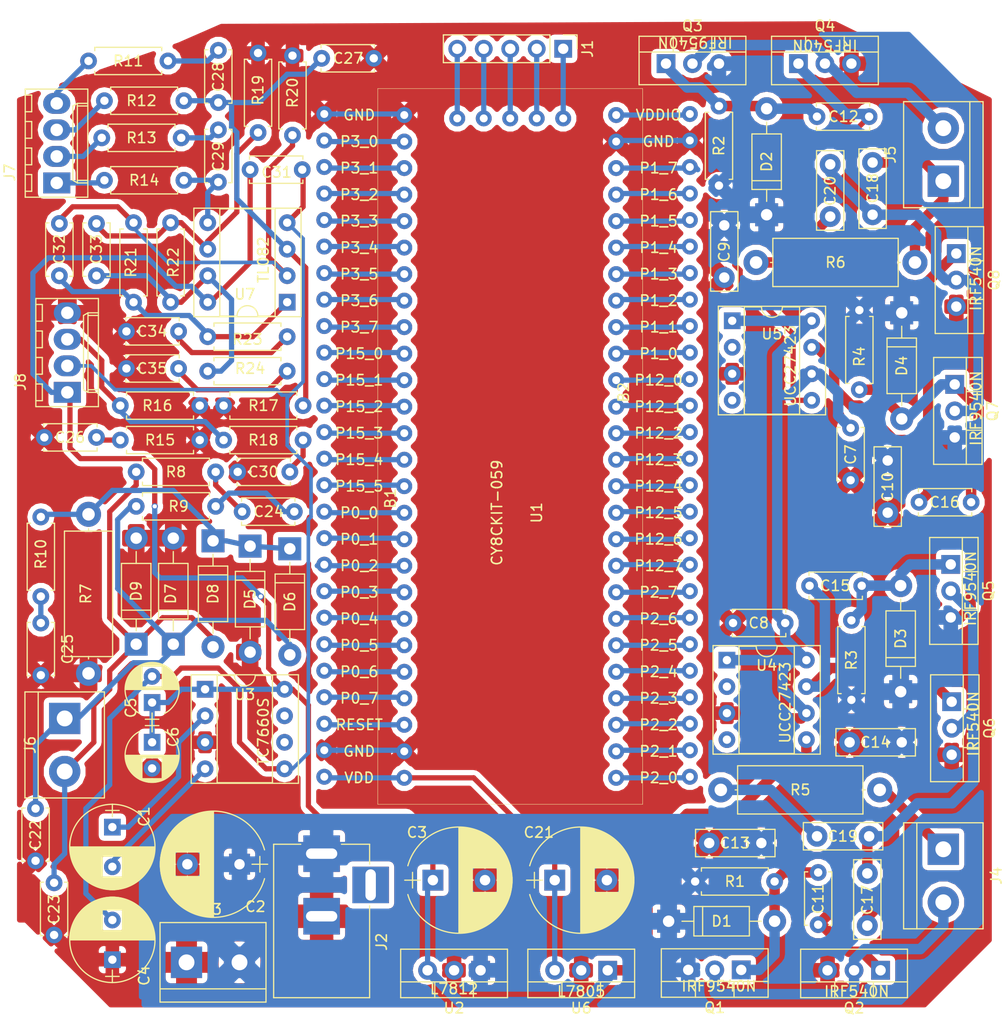
<source format=kicad_pcb>
(kicad_pcb (version 4) (host pcbnew 4.0.7)
  (layers (0 F.Cu signal) (31 B.Cu signal) (34 B.Paste user) (35 F.Paste user) (36 B.SilkS user) (37 F.SilkS user) (38 B.Mask user) (39 F.Mask user) (44 Edge.Cuts user))
  (net 0 "")
  (net 1 "Net-(B1-Pad4)")
  (net 2 "Net-(B1-Pad2)")
  (net 3 "Net-(B1-Pad3)")
  (net 4 "Net-(B1-Pad5)")
  (net 5 "Net-(B1-Pad6)")
  (net 6 "Net-(B1-Pad7)")
  (net 7 "Net-(B1-Pad8)")
  (net 8 "Net-(B1-Pad9)")
  (net 9 "Net-(B1-Pad10)")
  (net 10 "Net-(B1-Pad11)")
  (net 11 "Net-(B1-Pad12)")
  (net 12 "Net-(B1-Pad13)")
  (net 13 "Net-(B1-Pad14)")
  (net 14 "Net-(B1-Pad15)")
  (net 15 "Net-(B1-Pad16)")
  (net 16 "Net-(B1-Pad17)")
  (net 17 "Net-(B1-Pad18)")
  (net 18 "Net-(B1-Pad19)")
  (net 19 "Net-(B1-Pad20)")
  (net 20 "Net-(B1-Pad21)")
  (net 21 "Net-(B1-Pad22)")
  (net 22 "Net-(B1-Pad23)")
  (net 23 "Net-(B1-Pad24)")
  (net 24 "Net-(B2-Pad4)")
  (net 25 "Net-(B2-Pad1)")
  (net 26 "Net-(B2-Pad2)")
  (net 27 "Net-(B2-Pad3)")
  (net 28 "Net-(B2-Pad5)")
  (net 29 "Net-(B2-Pad6)")
  (net 30 "Net-(B2-Pad7)")
  (net 31 "Net-(B2-Pad8)")
  (net 32 "Net-(B2-Pad9)")
  (net 33 "Net-(B2-Pad10)")
  (net 34 "Net-(B2-Pad11)")
  (net 35 "Net-(B2-Pad12)")
  (net 36 "Net-(B2-Pad13)")
  (net 37 "Net-(B2-Pad14)")
  (net 38 "Net-(B2-Pad15)")
  (net 39 "Net-(B2-Pad16)")
  (net 40 "Net-(B2-Pad17)")
  (net 41 "Net-(B2-Pad18)")
  (net 42 "Net-(B2-Pad19)")
  (net 43 "Net-(B2-Pad20)")
  (net 44 "Net-(B2-Pad21)")
  (net 45 "Net-(B2-Pad22)")
  (net 46 "Net-(B2-Pad23)")
  (net 47 "Net-(B2-Pad24)")
  (net 48 "Net-(B2-Pad26)")
  (net 49 "Net-(J1-Pad1)")
  (net 50 "Net-(J1-Pad2)")
  (net 51 "Net-(J1-Pad3)")
  (net 52 "Net-(J1-Pad4)")
  (net 53 "Net-(J1-Pad5)")
  (net 54 "Net-(C1-Pad1)")
  (net 55 "Net-(C1-Pad2)")
  (net 56 +24V)
  (net 57 GND)
  (net 58 +12V)
  (net 59 -12VA)
  (net 60 "Net-(C11-Pad1)")
  (net 61 "Net-(C11-Pad2)")
  (net 62 "Net-(C12-Pad1)")
  (net 63 "Net-(C12-Pad2)")
  (net 64 "Net-(C15-Pad1)")
  (net 65 "Net-(C15-Pad2)")
  (net 66 "Net-(C16-Pad1)")
  (net 67 "Net-(C16-Pad2)")
  (net 68 "Net-(C17-Pad1)")
  (net 69 "Net-(C17-Pad2)")
  (net 70 "Net-(C18-Pad1)")
  (net 71 "Net-(C18-Pad2)")
  (net 72 "Net-(C19-Pad2)")
  (net 73 "Net-(C20-Pad2)")
  (net 74 "Net-(J4-Pad2)")
  (net 75 "Net-(J5-Pad2)")
  (net 76 +5V)
  (net 77 "Net-(C23-Pad1)")
  (net 78 ZCDA)
  (net 79 ZCDB)
  (net 80 CTout)
  (net 81 "Net-(C26-Pad1)")
  (net 82 "Net-(C27-Pad1)")
  (net 83 "Net-(C28-Pad1)")
  (net 84 "Net-(C29-Pad1)")
  (net 85 "Net-(C29-Pad2)")
  (net 86 Ibus)
  (net 87 "Net-(C32-Pad1)")
  (net 88 "Net-(C32-Pad2)")
  (net 89 "Net-(C33-Pad1)")
  (net 90 "Net-(C33-Pad2)")
  (net 91 Vin)
  (net 92 Vbus)
  (net 93 "Net-(D5-Pad1)")
  (net 94 "Net-(J7-Pad1)")
  (net 95 "Net-(J7-Pad2)")
  (net 96 "Net-(J7-Pad3)")
  (net 97 "Net-(J7-Pad4)")
  (net 98 "Net-(J8-Pad3)")
  (net 99 "Net-(C22-Pad1)")
  (module CY8CKIT:CY8CKIT-059 (layer F.Cu) (at 139.7508 74.5236)
    (fp_text reference U1 (at 6.35 17.78 90) (layer F.SilkS))
    (fp_text value CY8CKIT-059)
    (fp_text user CY8CKIT-059 (at 2.54 17.78 90) (layer F.SilkS))
    (pad 4 thru_hole circle (at -6.35 -12.7) (size 1.524 1.524) (drill 0.762) (layers *.Cu *.Mask) (net 1 "Net-(B1-Pad4)"))
    (pad 1 thru_hole circle (at -6.35 -20.32) (size 1.524 1.524) (drill 0.762) (layers *.Cu *.Mask) (net 57 GND))
    (pad 2 thru_hole circle (at -6.35 -17.78) (size 1.524 1.524) (drill 0.762) (layers *.Cu *.Mask) (net 2 "Net-(B1-Pad2)"))
    (pad 3 thru_hole circle (at -6.35 -15.24) (size 1.524 1.524) (drill 0.762) (layers *.Cu *.Mask) (net 3 "Net-(B1-Pad3)"))
    (pad 5 thru_hole circle (at -6.35 -10.16) (size 1.524 1.524) (drill 0.762) (layers *.Cu *.Mask) (net 4 "Net-(B1-Pad5)"))
    (pad 6 thru_hole circle (at -6.35 -7.62) (size 1.524 1.524) (drill 0.762) (layers *.Cu *.Mask) (net 5 "Net-(B1-Pad6)"))
    (pad 7 thru_hole circle (at -6.35 -5.08) (size 1.524 1.524) (drill 0.762) (layers *.Cu *.Mask) (net 6 "Net-(B1-Pad7)"))
    (pad 8 thru_hole circle (at -6.35 -2.54) (size 1.524 1.524) (drill 0.762) (layers *.Cu *.Mask) (net 7 "Net-(B1-Pad8)"))
    (pad 9 thru_hole circle (at -6.35 0) (size 1.524 1.524) (drill 0.762) (layers *.Cu *.Mask) (net 8 "Net-(B1-Pad9)"))
    (pad 10 thru_hole circle (at -6.35 2.54) (size 1.524 1.524) (drill 0.762) (layers *.Cu *.Mask) (net 9 "Net-(B1-Pad10)"))
    (pad 11 thru_hole circle (at -6.35 5.08) (size 1.524 1.524) (drill 0.762) (layers *.Cu *.Mask) (net 10 "Net-(B1-Pad11)"))
    (pad 12 thru_hole circle (at -6.35 7.62) (size 1.524 1.524) (drill 0.762) (layers *.Cu *.Mask) (net 11 "Net-(B1-Pad12)"))
    (pad 13 thru_hole circle (at -6.35 10.16) (size 1.524 1.524) (drill 0.762) (layers *.Cu *.Mask) (net 12 "Net-(B1-Pad13)"))
    (pad 14 thru_hole circle (at -6.35 12.7) (size 1.524 1.524) (drill 0.762) (layers *.Cu *.Mask) (net 13 "Net-(B1-Pad14)"))
    (pad 15 thru_hole circle (at -6.35 15.24) (size 1.524 1.524) (drill 0.762) (layers *.Cu *.Mask) (net 14 "Net-(B1-Pad15)"))
    (pad 16 thru_hole circle (at -6.35 17.78) (size 1.524 1.524) (drill 0.762) (layers *.Cu *.Mask) (net 15 "Net-(B1-Pad16)"))
    (pad 17 thru_hole circle (at -6.35 20.32) (size 1.524 1.524) (drill 0.762) (layers *.Cu *.Mask) (net 16 "Net-(B1-Pad17)"))
    (pad 18 thru_hole circle (at -6.35 22.86) (size 1.524 1.524) (drill 0.762) (layers *.Cu *.Mask) (net 17 "Net-(B1-Pad18)"))
    (pad 19 thru_hole circle (at -6.35 25.4) (size 1.524 1.524) (drill 0.762) (layers *.Cu *.Mask) (net 18 "Net-(B1-Pad19)"))
    (pad 20 thru_hole circle (at -6.35 27.94) (size 1.524 1.524) (drill 0.762) (layers *.Cu *.Mask) (net 19 "Net-(B1-Pad20)"))
    (pad 21 thru_hole circle (at -6.35 30.48) (size 1.524 1.524) (drill 0.762) (layers *.Cu *.Mask) (net 20 "Net-(B1-Pad21)"))
    (pad 22 thru_hole circle (at -6.35 33.02) (size 1.524 1.524) (drill 0.762) (layers *.Cu *.Mask) (net 21 "Net-(B1-Pad22)"))
    (pad 23 thru_hole circle (at -6.35 35.56) (size 1.524 1.524) (drill 0.762) (layers *.Cu *.Mask) (net 22 "Net-(B1-Pad23)"))
    (pad 24 thru_hole circle (at -6.35 38.1) (size 1.524 1.524) (drill 0.762) (layers *.Cu *.Mask) (net 23 "Net-(B1-Pad24)"))
    (pad 25 thru_hole circle (at -6.35 40.64) (size 1.524 1.524) (drill 0.762) (layers *.Cu *.Mask) (net 57 GND))
    (pad 26 thru_hole circle (at -6.35 43.18) (size 1.524 1.524) (drill 0.762) (layers *.Cu *.Mask) (net 76 +5V))
    (pad 27 thru_hole circle (at 13.97 43.18) (size 1.524 1.524) (drill 0.762) (layers *.Cu *.Mask) (net 25 "Net-(B2-Pad1)"))
    (pad 28 thru_hole circle (at 13.97 40.64) (size 1.524 1.524) (drill 0.762) (layers *.Cu *.Mask) (net 26 "Net-(B2-Pad2)"))
    (pad 29 thru_hole circle (at 13.97 38.1) (size 1.524 1.524) (drill 0.762) (layers *.Cu *.Mask) (net 27 "Net-(B2-Pad3)"))
    (pad 30 thru_hole circle (at 13.97 35.56) (size 1.524 1.524) (drill 0.762) (layers *.Cu *.Mask) (net 24 "Net-(B2-Pad4)"))
    (pad 31 thru_hole circle (at 13.97 33.02) (size 1.524 1.524) (drill 0.762) (layers *.Cu *.Mask) (net 28 "Net-(B2-Pad5)"))
    (pad 32 thru_hole circle (at 13.97 30.48) (size 1.524 1.524) (drill 0.762) (layers *.Cu *.Mask) (net 29 "Net-(B2-Pad6)"))
    (pad 33 thru_hole circle (at 13.97 27.94) (size 1.524 1.524) (drill 0.762) (layers *.Cu *.Mask) (net 30 "Net-(B2-Pad7)"))
    (pad 34 thru_hole circle (at 13.97 25.4) (size 1.524 1.524) (drill 0.762) (layers *.Cu *.Mask) (net 31 "Net-(B2-Pad8)"))
    (pad 35 thru_hole circle (at 13.97 22.86) (size 1.524 1.524) (drill 0.762) (layers *.Cu *.Mask) (net 32 "Net-(B2-Pad9)"))
    (pad 36 thru_hole circle (at 13.97 20.32) (size 1.524 1.524) (drill 0.762) (layers *.Cu *.Mask) (net 33 "Net-(B2-Pad10)"))
    (pad 37 thru_hole circle (at 13.97 17.78) (size 1.524 1.524) (drill 0.762) (layers *.Cu *.Mask) (net 34 "Net-(B2-Pad11)"))
    (pad 38 thru_hole circle (at 13.97 15.24) (size 1.524 1.524) (drill 0.762) (layers *.Cu *.Mask) (net 35 "Net-(B2-Pad12)"))
    (pad 39 thru_hole circle (at 13.97 12.7) (size 1.524 1.524) (drill 0.762) (layers *.Cu *.Mask) (net 36 "Net-(B2-Pad13)"))
    (pad 40 thru_hole circle (at 13.97 10.16) (size 1.524 1.524) (drill 0.762) (layers *.Cu *.Mask) (net 37 "Net-(B2-Pad14)"))
    (pad 41 thru_hole circle (at 13.97 7.62) (size 1.524 1.524) (drill 0.762) (layers *.Cu *.Mask) (net 38 "Net-(B2-Pad15)"))
    (pad 42 thru_hole circle (at 13.97 5.08) (size 1.524 1.524) (drill 0.762) (layers *.Cu *.Mask) (net 39 "Net-(B2-Pad16)"))
    (pad 43 thru_hole circle (at 13.97 2.54) (size 1.524 1.524) (drill 0.762) (layers *.Cu *.Mask) (net 40 "Net-(B2-Pad17)"))
    (pad 44 thru_hole circle (at 13.97 0) (size 1.524 1.524) (drill 0.762) (layers *.Cu *.Mask) (net 41 "Net-(B2-Pad18)"))
    (pad 45 thru_hole circle (at 13.97 -2.54) (size 1.524 1.524) (drill 0.762) (layers *.Cu *.Mask) (net 42 "Net-(B2-Pad19)"))
    (pad 46 thru_hole circle (at 13.97 -5.08) (size 1.524 1.524) (drill 0.762) (layers *.Cu *.Mask) (net 43 "Net-(B2-Pad20)"))
    (pad 47 thru_hole circle (at 13.97 -7.62) (size 1.524 1.524) (drill 0.762) (layers *.Cu *.Mask) (net 44 "Net-(B2-Pad21)"))
    (pad 48 thru_hole circle (at 13.97 -10.16) (size 1.524 1.524) (drill 0.762) (layers *.Cu *.Mask) (net 45 "Net-(B2-Pad22)"))
    (pad 49 thru_hole circle (at 13.97 -12.7) (size 1.524 1.524) (drill 0.762) (layers *.Cu *.Mask) (net 46 "Net-(B2-Pad23)"))
    (pad 50 thru_hole circle (at 13.97 -15.24) (size 1.524 1.524) (drill 0.762) (layers *.Cu *.Mask) (net 47 "Net-(B2-Pad24)"))
    (pad 51 thru_hole circle (at 13.97 -17.78) (size 1.524 1.524) (drill 0.762) (layers *.Cu *.Mask) (net 57 GND))
    (pad 52 thru_hole circle (at 13.97 -20.32) (size 1.524 1.524) (drill 0.762) (layers *.Cu *.Mask) (net 48 "Net-(B2-Pad26)"))
    (pad 53 thru_hole circle (at 8.89 -20) (size 1.524 1.524) (drill 0.762) (layers *.Cu *.Mask) (net 49 "Net-(J1-Pad1)"))
    (pad 54 thru_hole circle (at 6.35 -20) (size 1.524 1.524) (drill 0.762) (layers *.Cu *.Mask) (net 50 "Net-(J1-Pad2)"))
    (pad 55 thru_hole circle (at 3.81 -20) (size 1.524 1.524) (drill 0.762) (layers *.Cu *.Mask) (net 51 "Net-(J1-Pad3)"))
    (pad 56 thru_hole circle (at 1.27 -20) (size 1.524 1.524) (drill 0.762) (layers *.Cu *.Mask) (net 52 "Net-(J1-Pad4)"))
    (pad 57 thru_hole circle (at -1.27 -20) (size 1.524 1.524) (drill 0.762) (layers *.Cu *.Mask) (net 53 "Net-(J1-Pad5)"))
  )
  (module Pin_Headers:Pin_Header_Straight_1x05_Pitch2.54mm (layer F.Cu) (at 148.6408 47.8536 270)
    (fp_text reference J1 (at 0 -2.33 270) (layer F.SilkS))
    (fp_text value Conn_01x05)
    (pad 1 thru_hole rect (at 0 0 270) (size 1.7 1.7) (drill 1) (layers *.Cu *.Mask) (net 49 "Net-(J1-Pad1)"))
    (pad 2 thru_hole oval (at 0 2.54 270) (size 1.7 1.7) (drill 1) (layers *.Cu *.Mask) (net 50 "Net-(J1-Pad2)"))
    (pad 3 thru_hole oval (at 0 5.08 270) (size 1.7 1.7) (drill 1) (layers *.Cu *.Mask) (net 51 "Net-(J1-Pad3)"))
    (pad 4 thru_hole oval (at 0 7.62 270) (size 1.7 1.7) (drill 1) (layers *.Cu *.Mask) (net 52 "Net-(J1-Pad4)"))
    (pad 5 thru_hole oval (at 0 10.16 270) (size 1.7 1.7) (drill 1) (layers *.Cu *.Mask) (net 53 "Net-(J1-Pad5)"))
  )
  (module CY8CKIT:CY8CKIT-059-BRKOUT (layer F.Cu) (at 125.73 80.772)
    (fp_text reference B1 (at 6.35 10.16 90) (layer F.SilkS))
    (fp_text value CY8CKIT-059-BRKOUT)
    (pad 4 thru_hole circle (at 0 -19.05) (size 1.524 1.524) (drill 0.762) (layers *.Cu *.Mask) (net 1 "Net-(B1-Pad4)"))
    (pad 1 thru_hole circle (at 0 -26.67) (size 1.524 1.524) (drill 0.762) (layers *.Cu *.Mask) (net 57 GND))
    (pad 2 thru_hole circle (at 0 -24.13) (size 1.524 1.524) (drill 0.762) (layers *.Cu *.Mask) (net 2 "Net-(B1-Pad2)"))
    (pad 3 thru_hole circle (at 0 -21.59) (size 1.524 1.524) (drill 0.762) (layers *.Cu *.Mask) (net 3 "Net-(B1-Pad3)"))
    (pad 5 thru_hole circle (at 0 -16.51) (size 1.524 1.524) (drill 0.762) (layers *.Cu *.Mask) (net 4 "Net-(B1-Pad5)"))
    (pad 6 thru_hole circle (at 0 -13.97) (size 1.524 1.524) (drill 0.762) (layers *.Cu *.Mask) (net 5 "Net-(B1-Pad6)"))
    (pad 7 thru_hole circle (at 0 -11.43) (size 1.524 1.524) (drill 0.762) (layers *.Cu *.Mask) (net 6 "Net-(B1-Pad7)"))
    (pad 8 thru_hole circle (at 0 -8.89) (size 1.524 1.524) (drill 0.762) (layers *.Cu *.Mask) (net 7 "Net-(B1-Pad8)"))
    (pad 9 thru_hole circle (at 0 -6.35) (size 1.524 1.524) (drill 0.762) (layers *.Cu *.Mask) (net 8 "Net-(B1-Pad9)"))
    (pad 10 thru_hole circle (at 0 -3.81) (size 1.524 1.524) (drill 0.762) (layers *.Cu *.Mask) (net 9 "Net-(B1-Pad10)"))
    (pad 11 thru_hole circle (at 0 -1.27) (size 1.524 1.524) (drill 0.762) (layers *.Cu *.Mask) (net 10 "Net-(B1-Pad11)"))
    (pad 12 thru_hole circle (at 0 1.27) (size 1.524 1.524) (drill 0.762) (layers *.Cu *.Mask) (net 11 "Net-(B1-Pad12)"))
    (pad 13 thru_hole circle (at 0 3.81) (size 1.524 1.524) (drill 0.762) (layers *.Cu *.Mask) (net 12 "Net-(B1-Pad13)"))
    (pad 14 thru_hole circle (at 0 6.35) (size 1.524 1.524) (drill 0.762) (layers *.Cu *.Mask) (net 13 "Net-(B1-Pad14)"))
    (pad 15 thru_hole circle (at 0 8.89) (size 1.524 1.524) (drill 0.762) (layers *.Cu *.Mask) (net 14 "Net-(B1-Pad15)"))
    (pad 16 thru_hole circle (at 0 11.43) (size 1.524 1.524) (drill 0.762) (layers *.Cu *.Mask) (net 15 "Net-(B1-Pad16)"))
    (pad 17 thru_hole circle (at 0 13.97) (size 1.524 1.524) (drill 0.762) (layers *.Cu *.Mask) (net 16 "Net-(B1-Pad17)"))
    (pad 18 thru_hole circle (at 0 16.51) (size 1.524 1.524) (drill 0.762) (layers *.Cu *.Mask) (net 17 "Net-(B1-Pad18)"))
    (pad 19 thru_hole circle (at 0 19.05) (size 1.524 1.524) (drill 0.762) (layers *.Cu *.Mask) (net 18 "Net-(B1-Pad19)"))
    (pad 20 thru_hole circle (at 0 21.59) (size 1.524 1.524) (drill 0.762) (layers *.Cu *.Mask) (net 19 "Net-(B1-Pad20)"))
    (pad 21 thru_hole circle (at 0 24.13) (size 1.524 1.524) (drill 0.762) (layers *.Cu *.Mask) (net 20 "Net-(B1-Pad21)"))
    (pad 22 thru_hole circle (at 0 26.67) (size 1.524 1.524) (drill 0.762) (layers *.Cu *.Mask) (net 21 "Net-(B1-Pad22)"))
    (pad 23 thru_hole circle (at 0 29.21) (size 1.524 1.524) (drill 0.762) (layers *.Cu *.Mask) (net 22 "Net-(B1-Pad23)"))
    (pad 24 thru_hole circle (at 0 31.75) (size 1.524 1.524) (drill 0.762) (layers *.Cu *.Mask) (net 23 "Net-(B1-Pad24)"))
    (pad 25 thru_hole circle (at 0 34.29) (size 1.524 1.524) (drill 0.762) (layers *.Cu *.Mask) (net 57 GND))
    (pad 26 thru_hole circle (at 0 36.83) (size 1.524 1.524) (drill 0.762) (layers *.Cu *.Mask) (net 76 +5V))
  )
  (module CY8CKIT:CY8CKIT-059-BRKOUT (layer F.Cu) (at 160.782 90.932 180)
    (fp_text reference B2 (at 6.35 10.16 270) (layer F.SilkS))
    (fp_text value CY8CKIT-059-BRKOUT)
    (pad 4 thru_hole circle (at 0 -19.05 180) (size 1.524 1.524) (drill 0.762) (layers *.Cu *.Mask) (net 24 "Net-(B2-Pad4)"))
    (pad 1 thru_hole circle (at 0 -26.67 180) (size 1.524 1.524) (drill 0.762) (layers *.Cu *.Mask) (net 25 "Net-(B2-Pad1)"))
    (pad 2 thru_hole circle (at 0 -24.13 180) (size 1.524 1.524) (drill 0.762) (layers *.Cu *.Mask) (net 26 "Net-(B2-Pad2)"))
    (pad 3 thru_hole circle (at 0 -21.59 180) (size 1.524 1.524) (drill 0.762) (layers *.Cu *.Mask) (net 27 "Net-(B2-Pad3)"))
    (pad 5 thru_hole circle (at 0 -16.51 180) (size 1.524 1.524) (drill 0.762) (layers *.Cu *.Mask) (net 28 "Net-(B2-Pad5)"))
    (pad 6 thru_hole circle (at 0 -13.97 180) (size 1.524 1.524) (drill 0.762) (layers *.Cu *.Mask) (net 29 "Net-(B2-Pad6)"))
    (pad 7 thru_hole circle (at 0 -11.43 180) (size 1.524 1.524) (drill 0.762) (layers *.Cu *.Mask) (net 30 "Net-(B2-Pad7)"))
    (pad 8 thru_hole circle (at 0 -8.89 180) (size 1.524 1.524) (drill 0.762) (layers *.Cu *.Mask) (net 31 "Net-(B2-Pad8)"))
    (pad 9 thru_hole circle (at 0 -6.35 180) (size 1.524 1.524) (drill 0.762) (layers *.Cu *.Mask) (net 32 "Net-(B2-Pad9)"))
    (pad 10 thru_hole circle (at 0 -3.81 180) (size 1.524 1.524) (drill 0.762) (layers *.Cu *.Mask) (net 33 "Net-(B2-Pad10)"))
    (pad 11 thru_hole circle (at 0 -1.27 180) (size 1.524 1.524) (drill 0.762) (layers *.Cu *.Mask) (net 34 "Net-(B2-Pad11)"))
    (pad 12 thru_hole circle (at 0 1.27 180) (size 1.524 1.524) (drill 0.762) (layers *.Cu *.Mask) (net 35 "Net-(B2-Pad12)"))
    (pad 13 thru_hole circle (at 0 3.81 180) (size 1.524 1.524) (drill 0.762) (layers *.Cu *.Mask) (net 36 "Net-(B2-Pad13)"))
    (pad 14 thru_hole circle (at 0 6.35 180) (size 1.524 1.524) (drill 0.762) (layers *.Cu *.Mask) (net 37 "Net-(B2-Pad14)"))
    (pad 15 thru_hole circle (at 0 8.89 180) (size 1.524 1.524) (drill 0.762) (layers *.Cu *.Mask) (net 38 "Net-(B2-Pad15)"))
    (pad 16 thru_hole circle (at 0 11.43 180) (size 1.524 1.524) (drill 0.762) (layers *.Cu *.Mask) (net 39 "Net-(B2-Pad16)"))
    (pad 17 thru_hole circle (at 0 13.97 180) (size 1.524 1.524) (drill 0.762) (layers *.Cu *.Mask) (net 40 "Net-(B2-Pad17)"))
    (pad 18 thru_hole circle (at 0 16.51 180) (size 1.524 1.524) (drill 0.762) (layers *.Cu *.Mask) (net 41 "Net-(B2-Pad18)"))
    (pad 19 thru_hole circle (at 0 19.05 180) (size 1.524 1.524) (drill 0.762) (layers *.Cu *.Mask) (net 42 "Net-(B2-Pad19)"))
    (pad 20 thru_hole circle (at 0 21.59 180) (size 1.524 1.524) (drill 0.762) (layers *.Cu *.Mask) (net 43 "Net-(B2-Pad20)"))
    (pad 21 thru_hole circle (at 0 24.13 180) (size 1.524 1.524) (drill 0.762) (layers *.Cu *.Mask) (net 44 "Net-(B2-Pad21)"))
    (pad 22 thru_hole circle (at 0 26.67 180) (size 1.524 1.524) (drill 0.762) (layers *.Cu *.Mask) (net 45 "Net-(B2-Pad22)"))
    (pad 23 thru_hole circle (at 0 29.21 180) (size 1.524 1.524) (drill 0.762) (layers *.Cu *.Mask) (net 46 "Net-(B2-Pad23)"))
    (pad 24 thru_hole circle (at 0 31.75 180) (size 1.524 1.524) (drill 0.762) (layers *.Cu *.Mask) (net 47 "Net-(B2-Pad24)"))
    (pad 25 thru_hole circle (at 0 34.29 180) (size 1.524 1.524) (drill 0.762) (layers *.Cu *.Mask) (net 57 GND))
    (pad 26 thru_hole circle (at 0 36.83 180) (size 1.524 1.524) (drill 0.762) (layers *.Cu *.Mask) (net 48 "Net-(B2-Pad26)"))
  )
  (module Capacitors_THT:CP_Radial_D8.0mm_P3.80mm (layer F.Cu) (at 105.41 122.428 270)
    (fp_text reference C1 (at -1.016 -3.048 270) (layer F.SilkS))
    (fp_text value "4.7 uF")
    (pad 1 thru_hole rect (at 0 0 270) (size 1.6 1.6) (drill 0.8) (layers *.Cu *.Mask) (net 54 "Net-(C1-Pad1)"))
    (pad 2 thru_hole circle (at 3.8 0 270) (size 1.6 1.6) (drill 0.8) (layers *.Cu *.Mask) (net 55 "Net-(C1-Pad2)"))
  )
  (module Capacitors_THT:CP_Radial_D10.0mm_P5.00mm (layer F.Cu) (at 117.602 125.984 180)
    (fp_text reference C2 (at -1.524 -4.064 180) (layer F.SilkS))
    (fp_text value "100 uF")
    (pad 1 thru_hole rect (at 0 0 180) (size 2 2) (drill 1) (layers *.Cu *.Mask) (net 56 +24V))
    (pad 2 thru_hole circle (at 5 0 180) (size 2 2) (drill 1) (layers *.Cu *.Mask) (net 57 GND))
  )
  (module Capacitors_THT:CP_Radial_D10.0mm_P5.00mm (layer F.Cu) (at 136.144 127.508)
    (fp_text reference C3 (at -1.524 -4.572) (layer F.SilkS))
    (fp_text value "330 uF")
    (pad 1 thru_hole rect (at 0 0) (size 2 2) (drill 1) (layers *.Cu *.Mask) (net 58 +12V))
    (pad 2 thru_hole circle (at 5 0) (size 2 2) (drill 1) (layers *.Cu *.Mask) (net 57 GND))
  )
  (module Capacitors_THT:CP_Radial_D8.0mm_P3.80mm (layer F.Cu) (at 105.41 135.128 90)
    (fp_text reference C4 (at -1.524 3.048 90) (layer F.SilkS))
    (fp_text value "10 uF")
    (pad 1 thru_hole rect (at 0 0 90) (size 1.6 1.6) (drill 0.8) (layers *.Cu *.Mask) (net 57 GND))
    (pad 2 thru_hole circle (at 3.8 0 90) (size 1.6 1.6) (drill 0.8) (layers *.Cu *.Mask) (net 59 -12VA))
  )
  (module Capacitors_THT:CP_Radial_D5.0mm_P2.50mm (layer F.Cu) (at 109.22 110.49 90)
    (fp_text reference C5 (at -0.508 -2.032 90) (layer F.SilkS))
    (fp_text value "1 uF")
    (pad 1 thru_hole rect (at 0 0 90) (size 1.6 1.6) (drill 0.8) (layers *.Cu *.Mask) (net 58 +12V))
    (pad 2 thru_hole circle (at 2.5 0 90) (size 1.6 1.6) (drill 0.8) (layers *.Cu *.Mask) (net 59 -12VA))
  )
  (module Capacitors_THT:CP_Radial_D5.0mm_P2.50mm (layer F.Cu) (at 109.22 114.3 270)
    (fp_text reference C6 (at -0.508 -2.032 270) (layer F.SilkS))
    (fp_text value "1 uF")
    (pad 1 thru_hole rect (at 0 0 270) (size 1.6 1.6) (drill 0.8) (layers *.Cu *.Mask) (net 58 +12V))
    (pad 2 thru_hole circle (at 2.5 0 270) (size 1.6 1.6) (drill 0.8) (layers *.Cu *.Mask) (net 57 GND))
  )
  (module Capacitors_THT:C_Disc_D5.0mm_W2.5mm_P5.00mm (layer F.Cu) (at 176.1998 84.1883 270)
    (fp_text reference C7 (at 2.54 0 270) (layer F.SilkS))
    (fp_text value "1 uF")
    (pad 1 thru_hole circle (at 0 0 270) (size 1.6 1.6) (drill 0.8) (layers *.Cu *.Mask) (net 58 +12V))
    (pad 2 thru_hole circle (at 5 0 270) (size 1.6 1.6) (drill 0.8) (layers *.Cu *.Mask) (net 57 GND))
  )
  (module Capacitors_THT:C_Disc_D5.0mm_W2.5mm_P5.00mm (layer F.Cu) (at 169.926 102.87 180)
    (fp_text reference C8 (at 2.54 0 180) (layer F.SilkS))
    (fp_text value "1 uF")
    (pad 1 thru_hole circle (at 0 0 180) (size 1.6 1.6) (drill 0.8) (layers *.Cu *.Mask) (net 58 +12V))
    (pad 2 thru_hole circle (at 5 0 180) (size 1.6 1.6) (drill 0.8) (layers *.Cu *.Mask) (net 57 GND))
  )
  (module Capacitors_THT:C_Disc_D7.5mm_W2.5mm_P5.00mm (layer F.Cu) (at 164.084 64.77 270)
    (fp_text reference C9 (at 2.54 0 270) (layer F.SilkS))
    (fp_text value "4.7 uF")
    (pad 1 thru_hole circle (at 0 0 270) (size 2 2) (drill 1) (layers *.Cu *.Mask) (net 56 +24V))
    (pad 2 thru_hole circle (at 5 0 270) (size 2 2) (drill 1) (layers *.Cu *.Mask) (net 57 GND))
  )
  (module Capacitors_THT:C_Disc_D7.5mm_W2.5mm_P5.00mm (layer F.Cu) (at 179.7558 87.2998 270)
    (fp_text reference C10 (at 2.54 0 270) (layer F.SilkS))
    (fp_text value "4.7 uF")
    (pad 1 thru_hole circle (at 0 0 270) (size 2 2) (drill 1) (layers *.Cu *.Mask) (net 56 +24V))
    (pad 2 thru_hole circle (at 5 0 270) (size 2 2) (drill 1) (layers *.Cu *.Mask) (net 57 GND))
  )
  (module Capacitors_THT:C_Disc_D5.0mm_W2.5mm_P5.00mm (layer F.Cu) (at 173.0883 126.7714 270)
    (fp_text reference C11 (at 2.54 0 270) (layer F.SilkS))
    (fp_text value "0.1 uF")
    (pad 1 thru_hole circle (at 0 0 270) (size 1.6 1.6) (drill 0.8) (layers *.Cu *.Mask) (net 60 "Net-(C11-Pad1)"))
    (pad 2 thru_hole circle (at 5 0 270) (size 1.6 1.6) (drill 0.8) (layers *.Cu *.Mask) (net 61 "Net-(C11-Pad2)"))
  )
  (module Capacitors_THT:C_Disc_D5.0mm_W2.5mm_P5.00mm (layer F.Cu) (at 172.974 54.356)
    (fp_text reference C12 (at 2.54 0) (layer F.SilkS))
    (fp_text value "0.1 uF")
    (pad 1 thru_hole circle (at 0 0) (size 1.6 1.6) (drill 0.8) (layers *.Cu *.Mask) (net 62 "Net-(C12-Pad1)"))
    (pad 2 thru_hole circle (at 5 0) (size 1.6 1.6) (drill 0.8) (layers *.Cu *.Mask) (net 63 "Net-(C12-Pad2)"))
  )
  (module Capacitors_THT:C_Disc_D7.5mm_W2.5mm_P5.00mm (layer F.Cu) (at 167.64 123.952 180)
    (fp_text reference C13 (at 2.54 0 180) (layer F.SilkS))
    (fp_text value "4.7 uF")
    (pad 1 thru_hole circle (at 0 0 180) (size 2 2) (drill 1) (layers *.Cu *.Mask) (net 56 +24V))
    (pad 2 thru_hole circle (at 5 0 180) (size 2 2) (drill 1) (layers *.Cu *.Mask) (net 57 GND))
  )
  (module Capacitors_THT:C_Disc_D7.5mm_W2.5mm_P5.00mm (layer F.Cu) (at 181.102 114.3 180)
    (fp_text reference C14 (at 2.54 0 180) (layer F.SilkS))
    (fp_text value "4.7 uF")
    (pad 1 thru_hole circle (at 0 0 180) (size 2 2) (drill 1) (layers *.Cu *.Mask) (net 56 +24V))
    (pad 2 thru_hole circle (at 5 0 180) (size 2 2) (drill 1) (layers *.Cu *.Mask) (net 57 GND))
  )
  (module Capacitors_THT:C_Disc_D5.0mm_W2.5mm_P5.00mm (layer F.Cu) (at 177.2666 99.3013 180)
    (fp_text reference C15 (at 2.54 0 180) (layer F.SilkS))
    (fp_text value "0.1 uF")
    (pad 1 thru_hole circle (at 0 0 180) (size 1.6 1.6) (drill 0.8) (layers *.Cu *.Mask) (net 64 "Net-(C15-Pad1)"))
    (pad 2 thru_hole circle (at 5 0 180) (size 1.6 1.6) (drill 0.8) (layers *.Cu *.Mask) (net 65 "Net-(C15-Pad2)"))
  )
  (module Capacitors_THT:C_Disc_D5.0mm_W2.5mm_P5.00mm (layer F.Cu) (at 187.7568 91.3003 180)
    (fp_text reference C16 (at 2.54 0 180) (layer F.SilkS))
    (fp_text value "0.1 uF")
    (pad 1 thru_hole circle (at 0 0 180) (size 1.6 1.6) (drill 0.8) (layers *.Cu *.Mask) (net 66 "Net-(C16-Pad1)"))
    (pad 2 thru_hole circle (at 5 0 180) (size 1.6 1.6) (drill 0.8) (layers *.Cu *.Mask) (net 67 "Net-(C16-Pad2)"))
  )
  (module Capacitors_THT:C_Disc_D7.5mm_W2.5mm_P5.00mm (layer F.Cu) (at 177.8 126.8603 270)
    (fp_text reference C17 (at 2.54 0 270) (layer F.SilkS))
    (fp_text value "2.2 uF")
    (pad 1 thru_hole circle (at 0 0 270) (size 2 2) (drill 1) (layers *.Cu *.Mask) (net 68 "Net-(C17-Pad1)"))
    (pad 2 thru_hole circle (at 5 0 270) (size 2 2) (drill 1) (layers *.Cu *.Mask) (net 69 "Net-(C17-Pad2)"))
  )
  (module Capacitors_THT:C_Disc_D7.5mm_W2.5mm_P5.00mm (layer F.Cu) (at 178.308 63.754 90)
    (fp_text reference C18 (at 2.54 0 90) (layer F.SilkS))
    (fp_text value "2.2 uF")
    (pad 1 thru_hole circle (at 0 0 90) (size 2 2) (drill 1) (layers *.Cu *.Mask) (net 70 "Net-(C18-Pad1)"))
    (pad 2 thru_hole circle (at 5 0 90) (size 2 2) (drill 1) (layers *.Cu *.Mask) (net 71 "Net-(C18-Pad2)"))
  )
  (module Capacitors_THT:C_Disc_D7.5mm_W2.5mm_P5.00mm (layer F.Cu) (at 177.9778 123.3043 180)
    (fp_text reference C19 (at 2.54 0 180) (layer F.SilkS))
    (fp_text value "1 uF")
    (pad 1 thru_hole circle (at 0 0 180) (size 2 2) (drill 1) (layers *.Cu *.Mask) (net 68 "Net-(C17-Pad1)"))
    (pad 2 thru_hole circle (at 5 0 180) (size 2 2) (drill 1) (layers *.Cu *.Mask) (net 72 "Net-(C19-Pad2)"))
  )
  (module Capacitors_THT:C_Disc_D7.5mm_W2.5mm_P5.00mm (layer F.Cu) (at 174.244 58.928 270)
    (fp_text reference C20 (at 2.54 0 270) (layer F.SilkS))
    (fp_text value "1 uF")
    (pad 1 thru_hole circle (at 0 0 270) (size 2 2) (drill 1) (layers *.Cu *.Mask) (net 70 "Net-(C18-Pad1)"))
    (pad 2 thru_hole circle (at 5 0 270) (size 2 2) (drill 1) (layers *.Cu *.Mask) (net 73 "Net-(C20-Pad2)"))
  )
  (module Diodes_THT:D_DO-41_SOD81_P10.16mm_Horizontal (layer F.Cu) (at 158.75 131.445)
    (fp_text reference D1 (at 5.08 0) (layer F.SilkS))
    (fp_text value 1N4148)
    (pad 1 thru_hole rect (at 0 0) (size 2.2 2.2) (drill 1.1) (layers *.Cu *.Mask) (net 56 +24V))
    (pad 2 thru_hole oval (at 10.16 0) (size 2.2 2.2) (drill 1.1) (layers *.Cu *.Mask) (net 60 "Net-(C11-Pad1)"))
  )
  (module Diodes_THT:D_DO-41_SOD81_P10.16mm_Horizontal (layer F.Cu) (at 168.148 63.754 90)
    (fp_text reference D2 (at 5.08 0 90) (layer F.SilkS))
    (fp_text value 1N4148)
    (pad 1 thru_hole rect (at 0 0 90) (size 2.2 2.2) (drill 1.1) (layers *.Cu *.Mask) (net 56 +24V))
    (pad 2 thru_hole oval (at 10.16 0 90) (size 2.2 2.2) (drill 1.1) (layers *.Cu *.Mask) (net 62 "Net-(C12-Pad1)"))
  )
  (module Diodes_THT:D_DO-41_SOD81_P10.16mm_Horizontal (layer F.Cu) (at 181.0004 109.4486 90)
    (fp_text reference D3 (at 5.08 0 90) (layer F.SilkS))
    (fp_text value 1N4148)
    (pad 1 thru_hole rect (at 0 0 90) (size 2.2 2.2) (drill 1.1) (layers *.Cu *.Mask) (net 56 +24V))
    (pad 2 thru_hole oval (at 10.16 0 90) (size 2.2 2.2) (drill 1.1) (layers *.Cu *.Mask) (net 64 "Net-(C15-Pad1)"))
  )
  (module Diodes_THT:D_DO-41_SOD81_P10.16mm_Horizontal (layer F.Cu) (at 181.102 73.152 270)
    (fp_text reference D4 (at 5.08 0 270) (layer F.SilkS))
    (fp_text value 1N4148)
    (pad 1 thru_hole rect (at 0 0 270) (size 2.2 2.2) (drill 1.1) (layers *.Cu *.Mask) (net 56 +24V))
    (pad 2 thru_hole oval (at 10.16 0 270) (size 2.2 2.2) (drill 1.1) (layers *.Cu *.Mask) (net 66 "Net-(C16-Pad1)"))
  )
  (module Connectors:BARREL_JACK (layer F.Cu) (at 125.476 124.968 90)
    (fp_text reference J2 (at -8.45 5.75 270) (layer F.SilkS))
    (fp_text value Barrel_Jack)
    (pad 1 thru_hole rect (at 0 0 90) (size 3.5 3.5) (drill oval 1 3) (layers *.Cu *.Mask) (net 56 +24V))
    (pad 2 thru_hole rect (at -6 0 90) (size 3.5 3.5) (drill oval 1 3) (layers *.Cu *.Mask) (net 57 GND))
    (pad 3 thru_hole rect (at -3 4.7 90) (size 3.5 3.5) (drill oval 3 1) (layers *.Cu *.Mask))
  )
  (module Connectors_Terminal_Blocks:TerminalBlock_bornier-2_P5.08mm (layer F.Cu) (at 112.522 135.382)
    (fp_text reference J3 (at 2.54 -5.08) (layer F.SilkS))
    (fp_text value Conn_01x02)
    (pad 1 thru_hole rect (at 0 0) (size 3 3) (drill 1.52) (layers *.Cu *.Mask) (net 57 GND))
    (pad 2 thru_hole circle (at 5.08 0) (size 3 3) (drill 1.52) (layers *.Cu *.Mask) (net 56 +24V))
  )
  (module Connectors_Terminal_Blocks:TerminalBlock_bornier-2_P5.08mm (layer F.Cu) (at 185.0898 124.5489 270)
    (fp_text reference J4 (at 2.54 -5.08 270) (layer F.SilkS))
    (fp_text value Conn_01x02)
    (pad 1 thru_hole rect (at 0 0 270) (size 3 3) (drill 1.52) (layers *.Cu *.Mask) (net 69 "Net-(C17-Pad2)"))
    (pad 2 thru_hole circle (at 5.08 0 270) (size 3 3) (drill 1.52) (layers *.Cu *.Mask) (net 74 "Net-(J4-Pad2)"))
  )
  (module Connectors_Terminal_Blocks:TerminalBlock_bornier-2_P5.08mm (layer F.Cu) (at 185.0898 60.5409 90)
    (fp_text reference J5 (at 2.54 -5.08 90) (layer F.SilkS))
    (fp_text value Conn_01x02)
    (pad 1 thru_hole rect (at 0 0 90) (size 3 3) (drill 1.52) (layers *.Cu *.Mask) (net 71 "Net-(C18-Pad2)"))
    (pad 2 thru_hole circle (at 5.08 0 90) (size 3 3) (drill 1.52) (layers *.Cu *.Mask) (net 75 "Net-(J5-Pad2)"))
  )
  (module Resistors_THT:R_Axial_DIN0207_L6.3mm_D2.5mm_P7.62mm_Horizontal (layer F.Cu) (at 161.29 127.635)
    (fp_text reference R1 (at 3.81 0) (layer F.SilkS))
    (fp_text value 1k)
    (pad 1 thru_hole circle (at 0 0) (size 1.6 1.6) (drill 0.8) (layers *.Cu *.Mask) (net 56 +24V))
    (pad 2 thru_hole oval (at 7.62 0) (size 1.6 1.6) (drill 0.8) (layers *.Cu *.Mask) (net 60 "Net-(C11-Pad1)"))
  )
  (module Resistors_THT:R_Axial_DIN0207_L6.3mm_D2.5mm_P7.62mm_Horizontal (layer F.Cu) (at 163.576 60.96 90)
    (fp_text reference R2 (at 3.81 0 90) (layer F.SilkS))
    (fp_text value 1k)
    (pad 1 thru_hole circle (at 0 0 90) (size 1.6 1.6) (drill 0.8) (layers *.Cu *.Mask) (net 56 +24V))
    (pad 2 thru_hole oval (at 7.62 0 90) (size 1.6 1.6) (drill 0.8) (layers *.Cu *.Mask) (net 62 "Net-(C12-Pad1)"))
  )
  (module Resistors_THT:R_Axial_DIN0207_L6.3mm_D2.5mm_P7.62mm_Horizontal (layer F.Cu) (at 176.276 110.236 90)
    (fp_text reference R3 (at 3.81 0 90) (layer F.SilkS))
    (fp_text value 1k)
    (pad 1 thru_hole circle (at 0 0 90) (size 1.6 1.6) (drill 0.8) (layers *.Cu *.Mask) (net 56 +24V))
    (pad 2 thru_hole oval (at 7.62 0 90) (size 1.6 1.6) (drill 0.8) (layers *.Cu *.Mask) (net 64 "Net-(C15-Pad1)"))
  )
  (module Resistors_THT:R_Axial_DIN0207_L6.3mm_D2.5mm_P7.62mm_Horizontal (layer F.Cu) (at 177.038 72.898 270)
    (fp_text reference R4 (at 4.445 0 270) (layer F.SilkS))
    (fp_text value 1k)
    (pad 1 thru_hole circle (at 0 0 270) (size 1.6 1.6) (drill 0.8) (layers *.Cu *.Mask) (net 56 +24V))
    (pad 2 thru_hole oval (at 7.62 0 270) (size 1.6 1.6) (drill 0.8) (layers *.Cu *.Mask) (net 66 "Net-(C16-Pad1)"))
  )
  (module Resistors_THT:R_Axial_DIN0414_L11.9mm_D4.5mm_P15.24mm_Horizontal (layer F.Cu) (at 163.7538 118.8593)
    (fp_text reference R5 (at 7.62 0) (layer F.SilkS))
    (fp_text value 15R)
    (pad 1 thru_hole circle (at 0 0) (size 2.4 2.4) (drill 1.2) (layers *.Cu *.Mask) (net 72 "Net-(C19-Pad2)"))
    (pad 2 thru_hole oval (at 15.24 0) (size 2.4 2.4) (drill 1.2) (layers *.Cu *.Mask) (net 69 "Net-(C17-Pad2)"))
  )
  (module Resistors_THT:R_Axial_DIN0414_L11.9mm_D4.5mm_P15.24mm_Horizontal (layer F.Cu) (at 167.132 68.326)
    (fp_text reference R6 (at 7.62 0) (layer F.SilkS))
    (fp_text value 15R)
    (pad 1 thru_hole circle (at 0 0) (size 2.4 2.4) (drill 1.2) (layers *.Cu *.Mask) (net 73 "Net-(C20-Pad2)"))
    (pad 2 thru_hole oval (at 15.24 0) (size 2.4 2.4) (drill 1.2) (layers *.Cu *.Mask) (net 71 "Net-(C18-Pad2)"))
  )
  (module Housings_DIP:DIP-8_W7.62mm_Socket (layer F.Cu) (at 114.3 109.22)
    (fp_text reference U3 (at 3.81 0.508) (layer F.SilkS))
    (fp_text value TC7660S)
    (pad 1 thru_hole rect (at 0 0) (size 1.6 1.6) (drill 0.8) (layers *.Cu *.Mask) (net 58 +12V))
    (pad 5 thru_hole oval (at 7.62 7.62) (size 1.6 1.6) (drill 0.8) (layers *.Cu *.Mask) (net 59 -12VA))
    (pad 2 thru_hole oval (at 0 2.54) (size 1.6 1.6) (drill 0.8) (layers *.Cu *.Mask) (net 54 "Net-(C1-Pad1)"))
    (pad 6 thru_hole oval (at 7.62 5.08) (size 1.6 1.6) (drill 0.8) (layers *.Cu *.Mask))
    (pad 3 thru_hole oval (at 0 5.08) (size 1.6 1.6) (drill 0.8) (layers *.Cu *.Mask) (net 57 GND))
    (pad 7 thru_hole oval (at 7.62 2.54) (size 1.6 1.6) (drill 0.8) (layers *.Cu *.Mask))
    (pad 4 thru_hole oval (at 0 7.62) (size 1.6 1.6) (drill 0.8) (layers *.Cu *.Mask) (net 55 "Net-(C1-Pad2)"))
    (pad 8 thru_hole oval (at 7.62 0) (size 1.6 1.6) (drill 0.8) (layers *.Cu *.Mask) (net 58 +12V))
  )
  (module Housings_DIP:DIP-8_W7.62mm_Socket (layer F.Cu) (at 164.338 106.426)
    (fp_text reference U4 (at 3.81 0.508) (layer F.SilkS))
    (fp_text value UCC27423)
    (pad 1 thru_hole rect (at 0 0) (size 1.6 1.6) (drill 0.8) (layers *.Cu *.Mask) (net 58 +12V))
    (pad 5 thru_hole oval (at 7.62 7.62) (size 1.6 1.6) (drill 0.8) (layers *.Cu *.Mask) (net 61 "Net-(C11-Pad2)"))
    (pad 2 thru_hole oval (at 0 2.54) (size 1.6 1.6) (drill 0.8) (layers *.Cu *.Mask))
    (pad 6 thru_hole oval (at 7.62 5.08) (size 1.6 1.6) (drill 0.8) (layers *.Cu *.Mask) (net 58 +12V))
    (pad 3 thru_hole oval (at 0 5.08) (size 1.6 1.6) (drill 0.8) (layers *.Cu *.Mask) (net 57 GND))
    (pad 7 thru_hole oval (at 7.62 2.54) (size 1.6 1.6) (drill 0.8) (layers *.Cu *.Mask) (net 65 "Net-(C15-Pad2)"))
    (pad 4 thru_hole oval (at 0 7.62) (size 1.6 1.6) (drill 0.8) (layers *.Cu *.Mask))
    (pad 8 thru_hole oval (at 7.62 0) (size 1.6 1.6) (drill 0.8) (layers *.Cu *.Mask) (net 58 +12V))
  )
  (module Housings_DIP:DIP-8_W7.62mm_Socket (layer F.Cu) (at 164.846 73.914)
    (fp_text reference U5 (at 3.81 1.27) (layer F.SilkS))
    (fp_text value UCC27423)
    (pad 1 thru_hole rect (at 0 0) (size 1.6 1.6) (drill 0.8) (layers *.Cu *.Mask) (net 58 +12V))
    (pad 5 thru_hole oval (at 7.62 7.62) (size 1.6 1.6) (drill 0.8) (layers *.Cu *.Mask) (net 63 "Net-(C12-Pad2)"))
    (pad 2 thru_hole oval (at 0 2.54) (size 1.6 1.6) (drill 0.8) (layers *.Cu *.Mask))
    (pad 6 thru_hole oval (at 7.62 5.08) (size 1.6 1.6) (drill 0.8) (layers *.Cu *.Mask) (net 58 +12V))
    (pad 3 thru_hole oval (at 0 5.08) (size 1.6 1.6) (drill 0.8) (layers *.Cu *.Mask) (net 57 GND))
    (pad 7 thru_hole oval (at 7.62 2.54) (size 1.6 1.6) (drill 0.8) (layers *.Cu *.Mask) (net 67 "Net-(C16-Pad2)"))
    (pad 4 thru_hole oval (at 0 7.62) (size 1.6 1.6) (drill 0.8) (layers *.Cu *.Mask))
    (pad 8 thru_hole oval (at 7.62 0) (size 1.6 1.6) (drill 0.8) (layers *.Cu *.Mask) (net 58 +12V))
  )
  (module Capacitors_THT:CP_Radial_D10.0mm_P5.00mm (layer F.Cu) (at 147.828 127.508)
    (fp_text reference C21 (at -1.524 -4.572) (layer F.SilkS))
    (fp_text value "330 uF")
    (pad 1 thru_hole rect (at 0 0) (size 2 2) (drill 1) (layers *.Cu *.Mask) (net 76 +5V))
    (pad 2 thru_hole circle (at 5 0) (size 2 2) (drill 1) (layers *.Cu *.Mask) (net 57 GND))
  )
  (module TO_SOT_Packages_THT:TO-220-3_Vertical (layer F.Cu) (at 140.716 136.144 180)
    (fp_text reference U2 (at 2.54 -3.62 180) (layer F.SilkS))
    (fp_text value L7812)
    (pad 1 thru_hole rect (at 0 0 180) (size 1.8 1.8) (drill 1) (layers *.Cu *.Mask) (net 56 +24V))
    (pad 2 thru_hole oval (at 2.54 0 180) (size 1.8 1.8) (drill 1) (layers *.Cu *.Mask) (net 57 GND))
    (pad 3 thru_hole oval (at 5.08 0 180) (size 1.8 1.8) (drill 1) (layers *.Cu *.Mask) (net 58 +12V))
  )
  (module TO_SOT_Packages_THT:TO-220-3_Vertical (layer F.Cu) (at 152.908 136.144 180)
    (fp_text reference U6 (at 2.54 -3.62 180) (layer F.SilkS))
    (fp_text value L7805)
    (pad 1 thru_hole rect (at 0 0 180) (size 1.8 1.8) (drill 1) (layers *.Cu *.Mask) (net 58 +12V))
    (pad 2 thru_hole oval (at 2.54 0 180) (size 1.8 1.8) (drill 1) (layers *.Cu *.Mask) (net 57 GND))
    (pad 3 thru_hole oval (at 5.08 0 180) (size 1.8 1.8) (drill 1) (layers *.Cu *.Mask) (net 76 +5V))
  )
  (module TO_SOT_Packages_THT:TO-220-3_Vertical (layer F.Cu) (at 165.7096 136.1059 180)
    (fp_text reference Q1 (at 2.54 -3.62 180) (layer F.SilkS))
    (fp_text value IRF9540N)
    (pad 1 thru_hole rect (at 0 0 180) (size 1.8 1.8) (drill 1) (layers *.Cu *.Mask) (net 60 "Net-(C11-Pad1)"))
    (pad 2 thru_hole oval (at 2.54 0 180) (size 1.8 1.8) (drill 1) (layers *.Cu *.Mask) (net 74 "Net-(J4-Pad2)"))
    (pad 3 thru_hole oval (at 5.08 0 180) (size 1.8 1.8) (drill 1) (layers *.Cu *.Mask) (net 56 +24V))
  )
  (module TO_SOT_Packages_THT:TO-220-3_Vertical (layer F.Cu) (at 179.07 136.144 180)
    (fp_text reference Q2 (at 2.54 -3.62 180) (layer F.SilkS))
    (fp_text value IRF540N)
    (pad 1 thru_hole rect (at 0 0 180) (size 1.8 1.8) (drill 1) (layers *.Cu *.Mask) (net 61 "Net-(C11-Pad2)"))
    (pad 2 thru_hole oval (at 2.54 0 180) (size 1.8 1.8) (drill 1) (layers *.Cu *.Mask) (net 74 "Net-(J4-Pad2)"))
    (pad 3 thru_hole oval (at 5.08 0 180) (size 1.8 1.8) (drill 1) (layers *.Cu *.Mask) (net 57 GND))
  )
  (module TO_SOT_Packages_THT:TO-220-3_Vertical (layer F.Cu) (at 158.496 49.276)
    (fp_text reference Q3 (at 2.54 -3.62) (layer F.SilkS))
    (fp_text value IRF9540N)
    (pad 1 thru_hole rect (at 0 0) (size 1.8 1.8) (drill 1) (layers *.Cu *.Mask) (net 62 "Net-(C12-Pad1)"))
    (pad 2 thru_hole oval (at 2.54 0) (size 1.8 1.8) (drill 1) (layers *.Cu *.Mask) (net 75 "Net-(J5-Pad2)"))
    (pad 3 thru_hole oval (at 5.08 0) (size 1.8 1.8) (drill 1) (layers *.Cu *.Mask) (net 56 +24V))
  )
  (module TO_SOT_Packages_THT:TO-220-3_Vertical (layer F.Cu) (at 171.196 49.276)
    (fp_text reference Q4 (at 2.54 -3.62) (layer F.SilkS))
    (fp_text value IRF540N)
    (pad 1 thru_hole rect (at 0 0) (size 1.8 1.8) (drill 1) (layers *.Cu *.Mask) (net 63 "Net-(C12-Pad2)"))
    (pad 2 thru_hole oval (at 2.54 0) (size 1.8 1.8) (drill 1) (layers *.Cu *.Mask) (net 75 "Net-(J5-Pad2)"))
    (pad 3 thru_hole oval (at 5.08 0) (size 1.8 1.8) (drill 1) (layers *.Cu *.Mask) (net 57 GND))
  )
  (module TO_SOT_Packages_THT:TO-220-3_Vertical (layer F.Cu) (at 185.801 97.2566 270)
    (fp_text reference Q5 (at 2.54 -3.62 270) (layer F.SilkS))
    (fp_text value IRF9540N)
    (pad 1 thru_hole rect (at 0 0 270) (size 1.8 1.8) (drill 1) (layers *.Cu *.Mask) (net 64 "Net-(C15-Pad1)"))
    (pad 2 thru_hole oval (at 2.54 0 270) (size 1.8 1.8) (drill 1) (layers *.Cu *.Mask) (net 68 "Net-(C17-Pad1)"))
    (pad 3 thru_hole oval (at 5.08 0 270) (size 1.8 1.8) (drill 1) (layers *.Cu *.Mask) (net 56 +24V))
  )
  (module TO_SOT_Packages_THT:TO-220-3_Vertical (layer F.Cu) (at 185.8899 110.4138 270)
    (fp_text reference Q6 (at 2.54 -3.62 270) (layer F.SilkS))
    (fp_text value IRF540N)
    (pad 1 thru_hole rect (at 0 0 270) (size 1.8 1.8) (drill 1) (layers *.Cu *.Mask) (net 65 "Net-(C15-Pad2)"))
    (pad 2 thru_hole oval (at 2.54 0 270) (size 1.8 1.8) (drill 1) (layers *.Cu *.Mask) (net 68 "Net-(C17-Pad1)"))
    (pad 3 thru_hole oval (at 5.08 0 270) (size 1.8 1.8) (drill 1) (layers *.Cu *.Mask) (net 57 GND))
  )
  (module TO_SOT_Packages_THT:TO-220-3_Vertical (layer F.Cu) (at 186.182 80.01 270)
    (fp_text reference Q7 (at 2.54 -3.62 270) (layer F.SilkS))
    (fp_text value IRF9540N)
    (pad 1 thru_hole rect (at 0 0 270) (size 1.8 1.8) (drill 1) (layers *.Cu *.Mask) (net 66 "Net-(C16-Pad1)"))
    (pad 2 thru_hole oval (at 2.54 0 270) (size 1.8 1.8) (drill 1) (layers *.Cu *.Mask) (net 70 "Net-(C18-Pad1)"))
    (pad 3 thru_hole oval (at 5.08 0 270) (size 1.8 1.8) (drill 1) (layers *.Cu *.Mask) (net 56 +24V))
  )
  (module TO_SOT_Packages_THT:TO-220-3_Vertical (layer F.Cu) (at 186.3344 67.4751 270)
    (fp_text reference Q8 (at 2.54 -3.62 270) (layer F.SilkS))
    (fp_text value IRF540N)
    (pad 1 thru_hole rect (at 0 0 270) (size 1.8 1.8) (drill 1) (layers *.Cu *.Mask) (net 67 "Net-(C16-Pad2)"))
    (pad 2 thru_hole oval (at 2.54 0 270) (size 1.8 1.8) (drill 1) (layers *.Cu *.Mask) (net 70 "Net-(C18-Pad1)"))
    (pad 3 thru_hole oval (at 5.08 0 270) (size 1.8 1.8) (drill 1) (layers *.Cu *.Mask) (net 57 GND))
  )
  (module Capacitors_THT:C_Disc_D5.0mm_W2.5mm_P5.00mm (layer F.Cu) (at 98.044 120.65 270)
    (fp_text reference C22 (at 2.54 0 270) (layer F.SilkS))
    (fp_text value "150 pF")
    (pad 1 thru_hole circle (at 0 0 270) (size 1.6 1.6) (drill 0.8) (layers *.Cu *.Mask) (net 99 "Net-(C22-Pad1)"))
    (pad 2 thru_hole circle (at 5 0 270) (size 1.6 1.6) (drill 0.8) (layers *.Cu *.Mask) (net 57 GND))
  )
  (module Capacitors_THT:C_Disc_D5.0mm_W2.5mm_P5.00mm (layer F.Cu) (at 99.822 127.762 270)
    (fp_text reference C23 (at 2.54 0 270) (layer F.SilkS))
    (fp_text value "150 pF")
    (pad 1 thru_hole circle (at 0 0 270) (size 1.6 1.6) (drill 0.8) (layers *.Cu *.Mask) (net 77 "Net-(C23-Pad1)"))
    (pad 2 thru_hole circle (at 5 0 270) (size 1.6 1.6) (drill 0.8) (layers *.Cu *.Mask) (net 57 GND))
  )
  (module Capacitors_THT:C_Disc_D5.0mm_W2.5mm_P5.00mm (layer F.Cu) (at 117.856 92.202)
    (fp_text reference C24 (at 2.54 0) (layer F.SilkS))
    (fp_text value "150 pF")
    (pad 1 thru_hole circle (at 0 0) (size 1.6 1.6) (drill 0.8) (layers *.Cu *.Mask) (net 78 ZCDA))
    (pad 2 thru_hole circle (at 5 0) (size 1.6 1.6) (drill 0.8) (layers *.Cu *.Mask) (net 79 ZCDB))
  )
  (module Capacitors_THT:C_Disc_D5.0mm_W2.5mm_P5.00mm (layer F.Cu) (at 98.552 102.87 270)
    (fp_text reference C25 (at 2.5 -2.56 270) (layer F.SilkS))
    (fp_text value "150 pF")
    (pad 1 thru_hole circle (at 0 0 270) (size 1.6 1.6) (drill 0.8) (layers *.Cu *.Mask) (net 80 CTout))
    (pad 2 thru_hole circle (at 5 0 270) (size 1.6 1.6) (drill 0.8) (layers *.Cu *.Mask) (net 57 GND))
  )
  (module Capacitors_THT:C_Disc_D5.0mm_W2.5mm_P5.00mm (layer F.Cu) (at 103.886 85.09 180)
    (fp_text reference C26 (at 2.54 0 180) (layer F.SilkS))
    (fp_text value "10 nF")
    (pad 1 thru_hole circle (at 0 0 180) (size 1.6 1.6) (drill 0.8) (layers *.Cu *.Mask) (net 81 "Net-(C26-Pad1)"))
    (pad 2 thru_hole circle (at 5 0 180) (size 1.6 1.6) (drill 0.8) (layers *.Cu *.Mask) (net 57 GND))
  )
  (module Capacitors_THT:C_Disc_D5.0mm_W2.5mm_P5.00mm (layer F.Cu) (at 125.476 48.768)
    (fp_text reference C27 (at 2.54 0) (layer F.SilkS))
    (fp_text value "10 nF")
    (pad 1 thru_hole circle (at 0 0) (size 1.6 1.6) (drill 0.8) (layers *.Cu *.Mask) (net 82 "Net-(C27-Pad1)"))
    (pad 2 thru_hole circle (at 5 0) (size 1.6 1.6) (drill 0.8) (layers *.Cu *.Mask) (net 57 GND))
  )
  (module Capacitors_THT:C_Disc_D5.0mm_W2.5mm_P5.00mm (layer F.Cu) (at 115.57 48.006 270)
    (fp_text reference C28 (at 2.54 0 270) (layer F.SilkS))
    (fp_text value "10 nF")
    (pad 1 thru_hole circle (at 0 0 270) (size 1.6 1.6) (drill 0.8) (layers *.Cu *.Mask) (net 83 "Net-(C28-Pad1)"))
    (pad 2 thru_hole circle (at 5 0 270) (size 1.6 1.6) (drill 0.8) (layers *.Cu *.Mask) (net 82 "Net-(C27-Pad1)"))
  )
  (module Capacitors_THT:C_Disc_D5.0mm_W2.5mm_P5.00mm (layer F.Cu) (at 115.57 55.626 270)
    (fp_text reference C29 (at 2.54 0 270) (layer F.SilkS))
    (fp_text value "10 nF")
    (pad 1 thru_hole circle (at 0 0 270) (size 1.6 1.6) (drill 0.8) (layers *.Cu *.Mask) (net 84 "Net-(C29-Pad1)"))
    (pad 2 thru_hole circle (at 5 0 270) (size 1.6 1.6) (drill 0.8) (layers *.Cu *.Mask) (net 85 "Net-(C29-Pad2)"))
  )
  (module Capacitors_THT:C_Disc_D5.0mm_W2.5mm_P5.00mm (layer F.Cu) (at 122.428 88.392 180)
    (fp_text reference C30 (at 2.54 0 180) (layer F.SilkS))
    (fp_text value "1 nF")
    (pad 1 thru_hole circle (at 0 0 180) (size 1.6 1.6) (drill 0.8) (layers *.Cu *.Mask) (net 86 Ibus))
    (pad 2 thru_hole circle (at 5 0 180) (size 1.6 1.6) (drill 0.8) (layers *.Cu *.Mask) (net 57 GND))
  )
  (module Capacitors_THT:C_Disc_D5.0mm_W2.5mm_P5.00mm (layer F.Cu) (at 118.618 59.436)
    (fp_text reference C31 (at 2.54 0.254) (layer F.SilkS))
    (fp_text value "0.1 uF")
    (pad 1 thru_hole circle (at 0 0) (size 1.6 1.6) (drill 0.8) (layers *.Cu *.Mask) (net 58 +12V))
    (pad 2 thru_hole circle (at 5 0) (size 1.6 1.6) (drill 0.8) (layers *.Cu *.Mask) (net 59 -12VA))
  )
  (module Capacitors_THT:C_Disc_D5.0mm_W2.5mm_P5.00mm (layer F.Cu) (at 100.33 69.596 90)
    (fp_text reference C32 (at 2.54 0 90) (layer F.SilkS))
    (fp_text value "10 nF")
    (pad 1 thru_hole circle (at 0 0 90) (size 1.6 1.6) (drill 0.8) (layers *.Cu *.Mask) (net 87 "Net-(C32-Pad1)"))
    (pad 2 thru_hole circle (at 5 0 90) (size 1.6 1.6) (drill 0.8) (layers *.Cu *.Mask) (net 88 "Net-(C32-Pad2)"))
  )
  (module Capacitors_THT:C_Disc_D5.0mm_W2.5mm_P5.00mm (layer F.Cu) (at 103.886 69.596 90)
    (fp_text reference C33 (at 2.54 0 90) (layer F.SilkS))
    (fp_text value "10 nF")
    (pad 1 thru_hole circle (at 0 0 90) (size 1.6 1.6) (drill 0.8) (layers *.Cu *.Mask) (net 89 "Net-(C33-Pad1)"))
    (pad 2 thru_hole circle (at 5 0 90) (size 1.6 1.6) (drill 0.8) (layers *.Cu *.Mask) (net 90 "Net-(C33-Pad2)"))
  )
  (module Capacitors_THT:C_Disc_D5.0mm_W2.5mm_P5.00mm (layer F.Cu) (at 111.76 74.93 180)
    (fp_text reference C34 (at 2.54 0 180) (layer F.SilkS))
    (fp_text value "1 nF")
    (pad 1 thru_hole circle (at 0 0 180) (size 1.6 1.6) (drill 0.8) (layers *.Cu *.Mask) (net 91 Vin))
    (pad 2 thru_hole circle (at 5 0 180) (size 1.6 1.6) (drill 0.8) (layers *.Cu *.Mask) (net 57 GND))
  )
  (module Capacitors_THT:C_Disc_D5.0mm_W2.5mm_P5.00mm (layer F.Cu) (at 111.76 78.486 180)
    (fp_text reference C35 (at 2.54 0 180) (layer F.SilkS))
    (fp_text value "1 nF")
    (pad 1 thru_hole circle (at 0 0 180) (size 1.6 1.6) (drill 0.8) (layers *.Cu *.Mask) (net 92 Vbus))
    (pad 2 thru_hole circle (at 5 0 180) (size 1.6 1.6) (drill 0.8) (layers *.Cu *.Mask) (net 57 GND))
  )
  (module Diodes_THT:D_DO-41_SOD81_P10.16mm_Horizontal (layer F.Cu) (at 118.618 95.504 270)
    (fp_text reference D5 (at 5.08 0 270) (layer F.SilkS))
    (fp_text value 1N4733A)
    (pad 1 thru_hole rect (at 0 0 270) (size 2.2 2.2) (drill 1.1) (layers *.Cu *.Mask) (net 93 "Net-(D5-Pad1)"))
    (pad 2 thru_hole oval (at 10.16 0 270) (size 2.2 2.2) (drill 1.1) (layers *.Cu *.Mask) (net 57 GND))
  )
  (module Diodes_THT:D_DO-41_SOD81_P10.16mm_Horizontal (layer F.Cu) (at 122.428 95.758 270)
    (fp_text reference D6 (at 5.08 0 270) (layer F.SilkS))
    (fp_text value 1N5819)
    (pad 1 thru_hole rect (at 0 0 270) (size 2.2 2.2) (drill 1.1) (layers *.Cu *.Mask) (net 93 "Net-(D5-Pad1)"))
    (pad 2 thru_hole oval (at 10.16 0 270) (size 2.2 2.2) (drill 1.1) (layers *.Cu *.Mask) (net 99 "Net-(C22-Pad1)"))
  )
  (module Diodes_THT:D_DO-41_SOD81_P10.16mm_Horizontal (layer F.Cu) (at 111.252 104.902 90)
    (fp_text reference D7 (at 4.826 -0.254 90) (layer F.SilkS))
    (fp_text value 1N5819)
    (pad 1 thru_hole rect (at 0 0 90) (size 2.2 2.2) (drill 1.1) (layers *.Cu *.Mask) (net 99 "Net-(C22-Pad1)"))
    (pad 2 thru_hole oval (at 10.16 0 90) (size 2.2 2.2) (drill 1.1) (layers *.Cu *.Mask) (net 57 GND))
  )
  (module Diodes_THT:D_DO-41_SOD81_P10.16mm_Horizontal (layer F.Cu) (at 115.062 94.996 270)
    (fp_text reference D8 (at 5.08 0 270) (layer F.SilkS))
    (fp_text value 1N5819)
    (pad 1 thru_hole rect (at 0 0 270) (size 2.2 2.2) (drill 1.1) (layers *.Cu *.Mask) (net 93 "Net-(D5-Pad1)"))
    (pad 2 thru_hole oval (at 10.16 0 270) (size 2.2 2.2) (drill 1.1) (layers *.Cu *.Mask) (net 77 "Net-(C23-Pad1)"))
  )
  (module Diodes_THT:D_DO-41_SOD81_P10.16mm_Horizontal (layer F.Cu) (at 107.696 104.902 90)
    (fp_text reference D9 (at 5.08 0 90) (layer F.SilkS))
    (fp_text value 1N5819)
    (pad 1 thru_hole rect (at 0 0 90) (size 2.2 2.2) (drill 1.1) (layers *.Cu *.Mask) (net 77 "Net-(C23-Pad1)"))
    (pad 2 thru_hole oval (at 10.16 0 90) (size 2.2 2.2) (drill 1.1) (layers *.Cu *.Mask) (net 57 GND))
  )
  (module Connectors_Terminal_Blocks:TerminalBlock_bornier-2_P5.08mm (layer F.Cu) (at 100.838 112.014 270)
    (fp_text reference J6 (at 2.54 3.302 270) (layer F.SilkS))
    (fp_text value Conn_01x02)
    (pad 1 thru_hole rect (at 0 0 270) (size 3 3) (drill 1.52) (layers *.Cu *.Mask) (net 99 "Net-(C22-Pad1)"))
    (pad 2 thru_hole circle (at 5.08 0 270) (size 3 3) (drill 1.52) (layers *.Cu *.Mask) (net 77 "Net-(C23-Pad1)"))
  )
  (module Connectors_Molex:Molex_KK-6410-04_04x2.54mm_Straight (layer F.Cu) (at 100.076 60.706 90)
    (fp_text reference J7 (at 1 -4.5 90) (layer F.SilkS))
    (fp_text value Conn_01x04)
    (pad 1 thru_hole rect (at 0 0 90) (size 2 2.6) (drill 1.2) (layers *.Cu *.Mask) (net 94 "Net-(J7-Pad1)"))
    (pad 2 thru_hole oval (at 2.54 0 90) (size 2 2.6) (drill 1.2) (layers *.Cu *.Mask) (net 95 "Net-(J7-Pad2)"))
    (pad 3 thru_hole oval (at 5.08 0 90) (size 2 2.6) (drill 1.2) (layers *.Cu *.Mask) (net 96 "Net-(J7-Pad3)"))
    (pad 4 thru_hole oval (at 7.62 0 90) (size 2 2.6) (drill 1.2) (layers *.Cu *.Mask) (net 97 "Net-(J7-Pad4)"))
  )
  (module Connectors_Molex:Molex_KK-6410-04_04x2.54mm_Straight (layer F.Cu) (at 101.092 80.772 90)
    (fp_text reference J8 (at 1 -4.5 90) (layer F.SilkS))
    (fp_text value Conn_01x04)
    (pad 1 thru_hole rect (at 0 0 90) (size 2 2.6) (drill 1.2) (layers *.Cu *.Mask) (net 58 +12V))
    (pad 2 thru_hole oval (at 2.54 0 90) (size 2 2.6) (drill 1.2) (layers *.Cu *.Mask) (net 59 -12VA))
    (pad 3 thru_hole oval (at 5.08 0 90) (size 2 2.6) (drill 1.2) (layers *.Cu *.Mask) (net 98 "Net-(J8-Pad3)"))
    (pad 4 thru_hole oval (at 7.62 0 90) (size 2 2.6) (drill 1.2) (layers *.Cu *.Mask) (net 57 GND))
  )
  (module Resistors_THT:R_Axial_DIN0414_L11.9mm_D4.5mm_P15.24mm_Horizontal (layer F.Cu) (at 103.124 92.456 270)
    (fp_text reference R7 (at 7.62 0.254 270) (layer F.SilkS))
    (fp_text value 3R3)
    (pad 1 thru_hole circle (at 0 0 270) (size 2.4 2.4) (drill 1.2) (layers *.Cu *.Mask) (net 93 "Net-(D5-Pad1)"))
    (pad 2 thru_hole oval (at 15.24 0 270) (size 2.4 2.4) (drill 1.2) (layers *.Cu *.Mask) (net 57 GND))
  )
  (module Resistors_THT:R_Axial_DIN0207_L6.3mm_D2.5mm_P7.62mm_Horizontal (layer F.Cu) (at 115.316 88.392 180)
    (fp_text reference R8 (at 3.81 0 180) (layer F.SilkS))
    (fp_text value 100R)
    (pad 1 thru_hole circle (at 0 0 180) (size 1.6 1.6) (drill 0.8) (layers *.Cu *.Mask) (net 78 ZCDA))
    (pad 2 thru_hole oval (at 7.62 0 180) (size 1.6 1.6) (drill 0.8) (layers *.Cu *.Mask) (net 77 "Net-(C23-Pad1)"))
  )
  (module Resistors_THT:R_Axial_DIN0207_L6.3mm_D2.5mm_P7.62mm_Horizontal (layer F.Cu) (at 115.316 91.694 180)
    (fp_text reference R9 (at 3.556 0 180) (layer F.SilkS))
    (fp_text value 100R)
    (pad 1 thru_hole circle (at 0 0 180) (size 1.6 1.6) (drill 0.8) (layers *.Cu *.Mask) (net 79 ZCDB))
    (pad 2 thru_hole oval (at 7.62 0 180) (size 1.6 1.6) (drill 0.8) (layers *.Cu *.Mask) (net 99 "Net-(C22-Pad1)"))
  )
  (module Resistors_THT:R_Axial_DIN0207_L6.3mm_D2.5mm_P7.62mm_Horizontal (layer F.Cu) (at 98.552 100.33 90)
    (fp_text reference R10 (at 4.064 0 90) (layer F.SilkS))
    (fp_text value 1k)
    (pad 1 thru_hole circle (at 0 0 90) (size 1.6 1.6) (drill 0.8) (layers *.Cu *.Mask) (net 80 CTout))
    (pad 2 thru_hole oval (at 7.62 0 90) (size 1.6 1.6) (drill 0.8) (layers *.Cu *.Mask) (net 93 "Net-(D5-Pad1)"))
  )
  (module Resistors_THT:R_Axial_DIN0207_L6.3mm_D2.5mm_P7.62mm_Horizontal (layer F.Cu) (at 110.744 49.022 180)
    (fp_text reference R11 (at 3.81 0 180) (layer F.SilkS))
    (fp_text value 500k)
    (pad 1 thru_hole circle (at 0 0 180) (size 1.6 1.6) (drill 0.8) (layers *.Cu *.Mask) (net 83 "Net-(C28-Pad1)"))
    (pad 2 thru_hole oval (at 7.62 0 180) (size 1.6 1.6) (drill 0.8) (layers *.Cu *.Mask) (net 97 "Net-(J7-Pad4)"))
  )
  (module Resistors_THT:R_Axial_DIN0207_L6.3mm_D2.5mm_P7.62mm_Horizontal (layer F.Cu) (at 112.268 52.832 180)
    (fp_text reference R12 (at 4.064 0 180) (layer F.SilkS))
    (fp_text value 500k)
    (pad 1 thru_hole circle (at 0 0 180) (size 1.6 1.6) (drill 0.8) (layers *.Cu *.Mask) (net 82 "Net-(C27-Pad1)"))
    (pad 2 thru_hole oval (at 7.62 0 180) (size 1.6 1.6) (drill 0.8) (layers *.Cu *.Mask) (net 96 "Net-(J7-Pad3)"))
  )
  (module Resistors_THT:R_Axial_DIN0207_L6.3mm_D2.5mm_P7.62mm_Horizontal (layer F.Cu) (at 112.014 56.388 180)
    (fp_text reference R13 (at 3.81 0 180) (layer F.SilkS))
    (fp_text value 500k)
    (pad 1 thru_hole circle (at 0 0 180) (size 1.6 1.6) (drill 0.8) (layers *.Cu *.Mask) (net 84 "Net-(C29-Pad1)"))
    (pad 2 thru_hole oval (at 7.62 0 180) (size 1.6 1.6) (drill 0.8) (layers *.Cu *.Mask) (net 95 "Net-(J7-Pad2)"))
  )
  (module Resistors_THT:R_Axial_DIN0207_L6.3mm_D2.5mm_P7.62mm_Horizontal (layer F.Cu) (at 112.268 60.452 180)
    (fp_text reference R14 (at 3.81 0 180) (layer F.SilkS))
    (fp_text value 500k)
    (pad 1 thru_hole circle (at 0 0 180) (size 1.6 1.6) (drill 0.8) (layers *.Cu *.Mask) (net 85 "Net-(C29-Pad2)"))
    (pad 2 thru_hole oval (at 7.62 0 180) (size 1.6 1.6) (drill 0.8) (layers *.Cu *.Mask) (net 94 "Net-(J7-Pad1)"))
  )
  (module Resistors_THT:R_Axial_DIN0207_L6.3mm_D2.5mm_P7.62mm_Horizontal (layer F.Cu) (at 113.792 85.344 180)
    (fp_text reference R15 (at 3.81 0 180) (layer F.SilkS))
    (fp_text value 2.5k)
    (pad 1 thru_hole circle (at 0 0 180) (size 1.6 1.6) (drill 0.8) (layers *.Cu *.Mask) (net 57 GND))
    (pad 2 thru_hole oval (at 7.62 0 180) (size 1.6 1.6) (drill 0.8) (layers *.Cu *.Mask) (net 81 "Net-(C26-Pad1)"))
  )
  (module Resistors_THT:R_Axial_DIN0207_L6.3mm_D2.5mm_P7.62mm_Horizontal (layer F.Cu) (at 113.792 82.042 180)
    (fp_text reference R16 (at 4.064 0 180) (layer F.SilkS))
    (fp_text value 49R9)
    (pad 1 thru_hole circle (at 0 0 180) (size 1.6 1.6) (drill 0.8) (layers *.Cu *.Mask) (net 57 GND))
    (pad 2 thru_hole oval (at 7.62 0 180) (size 1.6 1.6) (drill 0.8) (layers *.Cu *.Mask) (net 98 "Net-(J8-Pad3)"))
  )
  (module Resistors_THT:R_Axial_DIN0207_L6.3mm_D2.5mm_P7.62mm_Horizontal (layer F.Cu) (at 116.078 82.042)
    (fp_text reference R17 (at 3.81 0) (layer F.SilkS))
    (fp_text value 2.5k)
    (pad 1 thru_hole circle (at 0 0) (size 1.6 1.6) (drill 0.8) (layers *.Cu *.Mask) (net 57 GND))
    (pad 2 thru_hole oval (at 7.62 0) (size 1.6 1.6) (drill 0.8) (layers *.Cu *.Mask) (net 82 "Net-(C27-Pad1)"))
  )
  (module Resistors_THT:R_Axial_DIN0207_L6.3mm_D2.5mm_P7.62mm_Horizontal (layer F.Cu) (at 123.698 85.344 180)
    (fp_text reference R18 (at 3.81 0 180) (layer F.SilkS))
    (fp_text value 470R)
    (pad 1 thru_hole circle (at 0 0 180) (size 1.6 1.6) (drill 0.8) (layers *.Cu *.Mask) (net 86 Ibus))
    (pad 2 thru_hole oval (at 7.62 0 180) (size 1.6 1.6) (drill 0.8) (layers *.Cu *.Mask) (net 98 "Net-(J8-Pad3)"))
  )
  (module Resistors_THT:R_Axial_DIN0207_L6.3mm_D2.5mm_P7.62mm_Horizontal (layer F.Cu) (at 119.38 55.88 90)
    (fp_text reference R19 (at 4.064 0 90) (layer F.SilkS))
    (fp_text value 5k)
    (pad 1 thru_hole circle (at 0 0 90) (size 1.6 1.6) (drill 0.8) (layers *.Cu *.Mask) (net 90 "Net-(C33-Pad2)"))
    (pad 2 thru_hole oval (at 7.62 0 90) (size 1.6 1.6) (drill 0.8) (layers *.Cu *.Mask) (net 57 GND))
  )
  (module Resistors_THT:R_Axial_DIN0207_L6.3mm_D2.5mm_P7.62mm_Horizontal (layer F.Cu) (at 122.682 56.134 90)
    (fp_text reference R20 (at 4.064 0 90) (layer F.SilkS))
    (fp_text value 5k)
    (pad 1 thru_hole circle (at 0 0 90) (size 1.6 1.6) (drill 0.8) (layers *.Cu *.Mask) (net 88 "Net-(C32-Pad2)"))
    (pad 2 thru_hole oval (at 7.62 0 90) (size 1.6 1.6) (drill 0.8) (layers *.Cu *.Mask) (net 57 GND))
  )
  (module Resistors_THT:R_Axial_DIN0207_L6.3mm_D2.5mm_P7.62mm_Horizontal (layer F.Cu) (at 107.442 72.136 90)
    (fp_text reference R21 (at 3.81 -0.254 90) (layer F.SilkS))
    (fp_text value 5k)
    (pad 1 thru_hole circle (at 0 0 90) (size 1.6 1.6) (drill 0.8) (layers *.Cu *.Mask) (net 87 "Net-(C32-Pad1)"))
    (pad 2 thru_hole oval (at 7.62 0 90) (size 1.6 1.6) (drill 0.8) (layers *.Cu *.Mask) (net 88 "Net-(C32-Pad2)"))
  )
  (module Resistors_THT:R_Axial_DIN0207_L6.3mm_D2.5mm_P7.62mm_Horizontal (layer F.Cu) (at 110.998 72.136 90)
    (fp_text reference R22 (at 3.81 0.254 90) (layer F.SilkS))
    (fp_text value 5k)
    (pad 1 thru_hole circle (at 0 0 90) (size 1.6 1.6) (drill 0.8) (layers *.Cu *.Mask) (net 89 "Net-(C33-Pad1)"))
    (pad 2 thru_hole oval (at 7.62 0 90) (size 1.6 1.6) (drill 0.8) (layers *.Cu *.Mask) (net 90 "Net-(C33-Pad2)"))
  )
  (module Resistors_THT:R_Axial_DIN0207_L6.3mm_D2.5mm_P7.62mm_Horizontal (layer F.Cu) (at 122.174 75.438 180)
    (fp_text reference R23 (at 3.81 -0.254 180) (layer F.SilkS))
    (fp_text value 1k)
    (pad 1 thru_hole circle (at 0 0 180) (size 1.6 1.6) (drill 0.8) (layers *.Cu *.Mask) (net 91 Vin))
    (pad 2 thru_hole oval (at 7.62 0 180) (size 1.6 1.6) (drill 0.8) (layers *.Cu *.Mask) (net 87 "Net-(C32-Pad1)"))
  )
  (module Resistors_THT:R_Axial_DIN0207_L6.3mm_D2.5mm_P7.62mm_Horizontal (layer F.Cu) (at 122.174 78.74 180)
    (fp_text reference R24 (at 3.556 0.254 180) (layer F.SilkS))
    (fp_text value 1k)
    (pad 1 thru_hole circle (at 0 0 180) (size 1.6 1.6) (drill 0.8) (layers *.Cu *.Mask) (net 92 Vbus))
    (pad 2 thru_hole oval (at 7.62 0 180) (size 1.6 1.6) (drill 0.8) (layers *.Cu *.Mask) (net 89 "Net-(C33-Pad1)"))
  )
  (module Housings_DIP:DIP-8_W7.62mm_Socket (layer F.Cu) (at 122.174 72.136 180)
    (fp_text reference U7 (at 4.064 0.762 180) (layer F.SilkS))
    (fp_text value TL082)
    (pad 1 thru_hole rect (at 0 0 180) (size 1.6 1.6) (drill 0.8) (layers *.Cu *.Mask) (net 87 "Net-(C32-Pad1)"))
    (pad 5 thru_hole oval (at 7.62 7.62 180) (size 1.6 1.6) (drill 0.8) (layers *.Cu *.Mask) (net 85 "Net-(C29-Pad2)"))
    (pad 2 thru_hole oval (at 0 2.54 180) (size 1.6 1.6) (drill 0.8) (layers *.Cu *.Mask) (net 88 "Net-(C32-Pad2)"))
    (pad 6 thru_hole oval (at 7.62 5.08 180) (size 1.6 1.6) (drill 0.8) (layers *.Cu *.Mask) (net 90 "Net-(C33-Pad2)"))
    (pad 3 thru_hole oval (at 0 5.08 180) (size 1.6 1.6) (drill 0.8) (layers *.Cu *.Mask) (net 82 "Net-(C27-Pad1)"))
    (pad 7 thru_hole oval (at 7.62 2.54 180) (size 1.6 1.6) (drill 0.8) (layers *.Cu *.Mask) (net 89 "Net-(C33-Pad1)"))
    (pad 4 thru_hole oval (at 0 7.62 180) (size 1.6 1.6) (drill 0.8) (layers *.Cu *.Mask) (net 59 -12VA))
    (pad 8 thru_hole oval (at 7.62 0 180) (size 1.6 1.6) (drill 0.8) (layers *.Cu *.Mask) (net 58 +12V))
  )
  (gr_text TL082 (at 119.888 68.072 90) (layer F.SilkS) (effects (font (size 1 1))))
  (gr_text "IRF540N\n" (at 176.784 138.176) (layer F.SilkS) (effects (font (size 1 1))))
  (gr_text "IRF540N\n" (at 187.96 112.522 90) (layer F.SilkS) (effects (font (size 1 1))))
  (gr_text "IRF540N\n" (at 188.214 69.85 90) (layer F.SilkS) (effects (font (size 1 1))))
  (gr_text "IRF540N\n" (at 173.736 47.498 180) (layer F.SilkS) (effects (font (size 1 1))))
  (gr_text IRF9540N (at 161.29 47.244 180) (layer F.SilkS) (effects (font (size 1 1))))
  (gr_text IRF9540N (at 188.214 82.296 90) (layer F.SilkS) (effects (font (size 1 1))))
  (gr_text IRF9540N (at 187.706 99.568 90) (layer F.SilkS) (effects (font (size 1 1))))
  (gr_text IRF9540N (at 163.576 137.668) (layer F.SilkS) (effects (font (size 1 1))))
  (gr_text L7805 (at 150.368 138.176) (layer F.SilkS) (effects (font (size 1 1))))
  (gr_text L7812 (at 138.176 137.922) (layer F.SilkS) (effects (font (size 1 1))))
  (gr_text TC7660S (at 119.888 113.284 90) (layer F.SilkS) (effects (font (size 1 1))))
  (gr_text UCC27423 (at 169.926 110.49 90) (layer F.SilkS) (effects (font (size 1 1))))
  (gr_text UCC27423 (at 170.434 78.232 90) (layer F.SilkS) (effects (font (size 1 1))))
  (gr_text P2_0 (at 157.7848 117.7036) (layer F.SilkS) (effects (font (size 1 1))))
  (gr_text P2_1 (at 157.7848 115.1636) (layer F.SilkS) (effects (font (size 1 1))))
  (gr_text P2_2 (at 157.7848 112.6236) (layer F.SilkS) (effects (font (size 1 1))))
  (gr_text P2_3 (at 157.7848 110.0836) (layer F.SilkS) (effects (font (size 1 1))))
  (gr_text P2_4 (at 157.7848 107.5436) (layer F.SilkS) (effects (font (size 1 1))))
  (gr_text P2_5 (at 157.7848 105.0036) (layer F.SilkS) (effects (font (size 1 1))))
  (gr_text P2_6 (at 157.7848 102.4636) (layer F.SilkS) (effects (font (size 1 1))))
  (gr_text P2_7 (at 157.7848 99.9236) (layer F.SilkS) (effects (font (size 1 1))))
  (gr_text P12_7 (at 157.7848 97.3836) (layer F.SilkS) (effects (font (size 1 1))))
  (gr_text "P12_6\n" (at 157.7848 94.8436) (layer F.SilkS) (effects (font (size 1 1))))
  (gr_text "P12_5\n" (at 157.7848 92.3036) (layer F.SilkS) (effects (font (size 1 1))))
  (gr_text P12_4 (at 157.7848 89.7636) (layer F.SilkS) (effects (font (size 1 1))))
  (gr_text P12_3 (at 157.7848 87.2236) (layer F.SilkS) (effects (font (size 1 1))))
  (gr_text P12_2 (at 157.7848 84.6836) (layer F.SilkS) (effects (font (size 1 1))))
  (gr_text P12_1 (at 157.7848 82.1436) (layer F.SilkS) (effects (font (size 1 1))))
  (gr_text P12_0 (at 157.7848 79.6036) (layer F.SilkS) (effects (font (size 1 1))))
  (gr_text P1_0 (at 157.7848 77.0636) (layer F.SilkS) (effects (font (size 1 1))))
  (gr_text P1_1 (at 157.7848 74.5236) (layer F.SilkS) (effects (font (size 1 1))))
  (gr_text P1_2 (at 157.7848 71.9836) (layer F.SilkS) (effects (font (size 1 1))))
  (gr_text P1_3 (at 157.7848 69.4436) (layer F.SilkS) (effects (font (size 1 1))))
  (gr_text P1_4 (at 157.7848 66.9036) (layer F.SilkS) (effects (font (size 1 1))))
  (gr_text P1_5 (at 157.7848 64.3636) (layer F.SilkS) (effects (font (size 1 1))))
  (gr_text P1_6 (at 157.7848 61.8236) (layer F.SilkS) (effects (font (size 1 1))))
  (gr_text P1_7 (at 157.7848 59.2836) (layer F.SilkS) (effects (font (size 1 1))))
  (gr_text GND (at 157.7848 56.7436) (layer F.SilkS) (effects (font (size 1 1))))
  (gr_text VDDIO (at 157.7848 54.2036) (layer F.SilkS) (effects (font (size 1 1))))
  (gr_text VDD (at 129.0828 117.7036) (layer F.SilkS) (effects (font (size 1 1))))
  (gr_text GND (at 129.0828 115.1636) (layer F.SilkS) (effects (font (size 1 1))))
  (gr_text RESET (at 129.0828 112.6236) (layer F.SilkS) (effects (font (size 1 1))))
  (gr_text P0_7 (at 129.0828 110.0836) (layer F.SilkS) (effects (font (size 1 1))))
  (gr_text P0_6 (at 129.0828 107.5436) (layer F.SilkS) (effects (font (size 1 1))))
  (gr_text P0_5 (at 129.0828 105.0036) (layer F.SilkS) (effects (font (size 1 1))))
  (gr_text P0_4 (at 129.0828 102.4636) (layer F.SilkS) (effects (font (size 1 1))))
  (gr_text P0_3 (at 129.0828 99.9236) (layer F.SilkS) (effects (font (size 1 1))))
  (gr_text P0_2 (at 129.0828 97.3836) (layer F.SilkS) (effects (font (size 1 1))))
  (gr_text P0_1 (at 129.0828 94.8436) (layer F.SilkS) (effects (font (size 1 1))))
  (gr_text P0_0 (at 129.0828 92.3036) (layer F.SilkS) (effects (font (size 1 1))))
  (gr_text P15_5 (at 129.0828 89.7636) (layer F.SilkS) (effects (font (size 1 1))))
  (gr_text P15_4 (at 129.0828 87.2236) (layer F.SilkS) (effects (font (size 1 1))))
  (gr_text P15_3 (at 129.0828 84.6836) (layer F.SilkS) (effects (font (size 1 1))))
  (gr_text P15_2 (at 129.0828 82.1436) (layer F.SilkS) (effects (font (size 1 1))))
  (gr_text P15_1 (at 129.0828 79.6036) (layer F.SilkS) (effects (font (size 1 1))))
  (gr_text P15_0 (at 129.0828 77.0636) (layer F.SilkS) (effects (font (size 1 1))))
  (gr_text P3_7 (at 129.0828 74.5236) (layer F.SilkS) (effects (font (size 1 1))))
  (gr_text P3_6 (at 129.0828 71.9836) (layer F.SilkS) (effects (font (size 1 1))))
  (gr_text P3_5 (at 129.0828 69.4436) (layer F.SilkS) (effects (font (size 1 1))))
  (gr_text P3_4 (at 129.0828 66.9036) (layer F.SilkS) (effects (font (size 1 1))))
  (gr_text P3_3 (at 129.0828 64.3636) (layer F.SilkS) (effects (font (size 1 1))))
  (gr_text "P3_2\n" (at 129.0828 61.8236) (layer F.SilkS) (effects (font (size 1 1))))
  (gr_text P3_1 (at 129.0828 59.2836) (layer F.SilkS) (effects (font (size 1 1))))
  (gr_text P3_0 (at 129.0828 56.7436) (layer F.SilkS) (effects (font (size 1 1))))
  (gr_text GND (at 129.0828 54.2036) (layer F.SilkS) (effects (font (size 1 1))))
  (segment (start 125.73 61.722) (end 133.2992 61.722) (width 0.5) (layer B.Cu) (net 1))
  (segment (start 133.2992 61.722) (end 133.4008 61.8236) (width 0.5) (layer B.Cu) (net 1))
  (segment (start 133.4008 56.7436) (end 125.8316 56.7436) (width 0.5) (layer B.Cu) (net 2))
  (segment (start 125.8316 56.7436) (end 125.73 56.642) (width 0.5) (layer B.Cu) (net 2))
  (segment (start 133.4008 59.2836) (end 125.8316 59.2836) (width 0.5) (layer B.Cu) (net 3))
  (segment (start 125.8316 59.2836) (end 125.73 59.182) (width 0.5) (layer B.Cu) (net 3))
  (segment (start 133.4008 64.3636) (end 125.8316 64.3636) (width 0.5) (layer B.Cu) (net 4))
  (segment (start 125.8316 64.3636) (end 125.73 64.262) (width 0.5) (layer B.Cu) (net 4))
  (segment (start 125.73 66.802) (end 133.2992 66.802) (width 0.5) (layer B.Cu) (net 5))
  (segment (start 133.2992 66.802) (end 133.4008 66.9036) (width 0.5) (layer B.Cu) (net 5))
  (segment (start 133.4008 69.4436) (end 125.8316 69.4436) (width 0.5) (layer B.Cu) (net 6))
  (segment (start 125.8316 69.4436) (end 125.73 69.342) (width 0.5) (layer B.Cu) (net 6))
  (segment (start 125.73 71.882) (end 133.2992 71.882) (width 0.5) (layer B.Cu) (net 7))
  (segment (start 133.2992 71.882) (end 133.4008 71.9836) (width 0.5) (layer B.Cu) (net 7))
  (segment (start 133.4008 74.5236) (end 125.8316 74.5236) (width 0.5) (layer B.Cu) (net 8))
  (segment (start 125.8316 74.5236) (end 125.73 74.422) (width 0.5) (layer B.Cu) (net 8))
  (segment (start 125.73 76.962) (end 133.2992 76.962) (width 0.5) (layer B.Cu) (net 9))
  (segment (start 133.2992 76.962) (end 133.4008 77.0636) (width 0.5) (layer B.Cu) (net 9))
  (segment (start 133.4008 79.6036) (end 125.8316 79.6036) (width 0.5) (layer B.Cu) (net 10))
  (segment (start 125.8316 79.6036) (end 125.73 79.502) (width 0.5) (layer B.Cu) (net 10))
  (segment (start 125.73 82.042) (end 133.2992 82.042) (width 0.5) (layer B.Cu) (net 11))
  (segment (start 133.2992 82.042) (end 133.4008 82.1436) (width 0.5) (layer B.Cu) (net 11))
  (segment (start 133.4008 84.6836) (end 125.8316 84.6836) (width 0.5) (layer B.Cu) (net 12))
  (segment (start 125.8316 84.6836) (end 125.73 84.582) (width 0.5) (layer B.Cu) (net 12))
  (segment (start 133.4008 87.2236) (end 125.8316 87.2236) (width 0.5) (layer B.Cu) (net 13))
  (segment (start 125.8316 87.2236) (end 125.73 87.122) (width 0.5) (layer B.Cu) (net 13))
  (segment (start 125.73 89.662) (end 133.2992 89.662) (width 0.5) (layer B.Cu) (net 14))
  (segment (start 133.2992 89.662) (end 133.4008 89.7636) (width 0.5) (layer B.Cu) (net 14))
  (segment (start 133.4008 92.3036) (end 125.8316 92.3036) (width 0.5) (layer B.Cu) (net 15))
  (segment (start 125.8316 92.3036) (end 125.73 92.202) (width 0.5) (layer B.Cu) (net 15))
  (segment (start 125.73 94.742) (end 133.2992 94.742) (width 0.5) (layer B.Cu) (net 16))
  (segment (start 133.2992 94.742) (end 133.4008 94.8436) (width 0.5) (layer B.Cu) (net 16))
  (segment (start 133.4008 97.3836) (end 125.0696 97.3836) (width 0.5) (layer B.Cu) (net 17))
  (segment (start 125.0696 97.3836) (end 125.1712 97.282) (width 0.5) (layer B.Cu) (net 17))
  (segment (start 125.1712 97.282) (end 125.73 97.282) (width 0.5) (layer B.Cu) (net 17))
  (segment (start 125.73 99.822) (end 133.2992 99.822) (width 0.5) (layer B.Cu) (net 18))
  (segment (start 133.2992 99.822) (end 133.4008 99.9236) (width 0.5) (layer B.Cu) (net 18))
  (segment (start 125.73 102.362) (end 133.2992 102.362) (width 0.5) (layer B.Cu) (net 19))
  (segment (start 133.2992 102.362) (end 133.4008 102.4636) (width 0.5) (layer B.Cu) (net 19))
  (segment (start 133.4008 105.0036) (end 125.8316 105.0036) (width 0.5) (layer B.Cu) (net 20))
  (segment (start 125.8316 105.0036) (end 125.73 104.902) (width 0.5) (layer B.Cu) (net 20))
  (segment (start 133.4008 107.5436) (end 125.8316 107.5436) (width 0.5) (layer B.Cu) (net 21))
  (segment (start 125.8316 107.5436) (end 125.73 107.442) (width 0.5) (layer B.Cu) (net 21))
  (segment (start 125.73 109.982) (end 133.2992 109.982) (width 0.5) (layer B.Cu) (net 22))
  (segment (start 133.2992 109.982) (end 133.4008 110.0836) (width 0.5) (layer B.Cu) (net 22))
  (segment (start 133.4008 112.6236) (end 125.8316 112.6236) (width 0.5) (layer B.Cu) (net 23))
  (segment (start 125.8316 112.6236) (end 125.73 112.522) (width 0.5) (layer B.Cu) (net 23))
  (segment (start 153.7208 110.0836) (end 160.6804 110.0836) (width 0.5) (layer B.Cu) (net 24))
  (segment (start 160.6804 110.0836) (end 160.782 109.982) (width 0.5) (layer B.Cu) (net 24))
  (segment (start 153.7208 117.7036) (end 160.6804 117.7036) (width 0.5) (layer B.Cu) (net 25))
  (segment (start 160.6804 117.7036) (end 160.782 117.602) (width 0.5) (layer B.Cu) (net 25))
  (segment (start 160.782 115.062) (end 153.8224 115.062) (width 0.5) (layer B.Cu) (net 26))
  (segment (start 153.8224 115.062) (end 153.7208 115.1636) (width 0.5) (layer B.Cu) (net 26))
  (segment (start 160.782 112.522) (end 153.8224 112.522) (width 0.5) (layer B.Cu) (net 27))
  (segment (start 153.8224 112.522) (end 153.7208 112.6236) (width 0.5) (layer B.Cu) (net 27))
  (segment (start 160.782 107.442) (end 153.8224 107.442) (width 0.5) (layer B.Cu) (net 28))
  (segment (start 153.8224 107.442) (end 153.7208 107.5436) (width 0.5) (layer B.Cu) (net 28))
  (segment (start 153.7208 105.0036) (end 160.6804 105.0036) (width 0.5) (layer B.Cu) (net 29))
  (segment (start 160.6804 105.0036) (end 160.782 104.902) (width 0.5) (layer B.Cu) (net 29))
  (segment (start 160.782 102.362) (end 153.8224 102.362) (width 0.5) (layer B.Cu) (net 30))
  (segment (start 153.8224 102.362) (end 153.7208 102.4636) (width 0.5) (layer B.Cu) (net 30))
  (segment (start 153.7208 99.9236) (end 160.6804 99.9236) (width 0.5) (layer B.Cu) (net 31))
  (segment (start 160.6804 99.9236) (end 160.782 99.822) (width 0.5) (layer B.Cu) (net 31))
  (segment (start 160.782 97.282) (end 153.8224 97.282) (width 0.5) (layer B.Cu) (net 32))
  (segment (start 153.8224 97.282) (end 153.7208 97.3836) (width 0.5) (layer B.Cu) (net 32))
  (segment (start 153.7208 94.8436) (end 160.6804 94.8436) (width 0.5) (layer B.Cu) (net 33))
  (segment (start 160.6804 94.8436) (end 160.782 94.742) (width 0.5) (layer B.Cu) (net 33))
  (segment (start 160.782 92.202) (end 153.8224 92.202) (width 0.5) (layer B.Cu) (net 34))
  (segment (start 153.8224 92.202) (end 153.7208 92.3036) (width 0.5) (layer B.Cu) (net 34))
  (segment (start 153.7208 89.7636) (end 160.6804 89.7636) (width 0.5) (layer B.Cu) (net 35))
  (segment (start 160.6804 89.7636) (end 160.782 89.662) (width 0.5) (layer B.Cu) (net 35))
  (segment (start 160.782 87.122) (end 153.8224 87.122) (width 0.5) (layer B.Cu) (net 36))
  (segment (start 153.8224 87.122) (end 153.7208 87.2236) (width 0.5) (layer B.Cu) (net 36))
  (segment (start 153.7208 84.6836) (end 160.6804 84.6836) (width 0.5) (layer B.Cu) (net 37))
  (segment (start 160.6804 84.6836) (end 160.782 84.582) (width 0.5) (layer B.Cu) (net 37))
  (segment (start 160.782 82.042) (end 153.8224 82.042) (width 0.5) (layer B.Cu) (net 38))
  (segment (start 153.8224 82.042) (end 153.7208 82.1436) (width 0.5) (layer B.Cu) (net 38))
  (segment (start 153.7208 79.6036) (end 160.6804 79.6036) (width 0.5) (layer B.Cu) (net 39))
  (segment (start 160.6804 79.6036) (end 160.782 79.502) (width 0.5) (layer B.Cu) (net 39))
  (segment (start 160.782 76.962) (end 153.8224 76.962) (width 0.5) (layer B.Cu) (net 40))
  (segment (start 153.8224 76.962) (end 153.7208 77.0636) (width 0.5) (layer B.Cu) (net 40))
  (segment (start 153.7208 74.5236) (end 160.6804 74.5236) (width 0.5) (layer B.Cu) (net 41))
  (segment (start 160.6804 74.5236) (end 160.782 74.422) (width 0.5) (layer B.Cu) (net 41))
  (segment (start 160.782 71.882) (end 153.8224 71.882) (width 0.5) (layer B.Cu) (net 42))
  (segment (start 153.8224 71.882) (end 153.7208 71.9836) (width 0.5) (layer B.Cu) (net 42))
  (segment (start 153.7208 69.4436) (end 160.6804 69.4436) (width 0.5) (layer B.Cu) (net 43))
  (segment (start 160.6804 69.4436) (end 160.782 69.342) (width 0.5) (layer B.Cu) (net 43))
  (segment (start 160.782 66.802) (end 153.8224 66.802) (width 0.5) (layer B.Cu) (net 44))
  (segment (start 153.8224 66.802) (end 153.7208 66.9036) (width 0.5) (layer B.Cu) (net 44))
  (segment (start 153.7208 64.3636) (end 160.6804 64.3636) (width 0.5) (layer B.Cu) (net 45))
  (segment (start 160.6804 64.3636) (end 160.782 64.262) (width 0.5) (layer B.Cu) (net 45))
  (segment (start 160.782 61.722) (end 153.8224 61.722) (width 0.5) (layer B.Cu) (net 46))
  (segment (start 153.8224 61.722) (end 153.7208 61.8236) (width 0.5) (layer B.Cu) (net 46))
  (segment (start 153.7208 59.2836) (end 161.3916 59.2836) (width 0.5) (layer B.Cu) (net 47))
  (segment (start 161.3916 59.2836) (end 161.544 59.436) (width 0.5) (layer B.Cu) (net 47))
  (segment (start 153.7208 54.2036) (end 160.6804 54.2036) (width 0.5) (layer B.Cu) (net 48))
  (segment (start 160.6804 54.2036) (end 160.782 54.102) (width 0.5) (layer B.Cu) (net 48))
  (segment (start 148.6408 54.5236) (end 148.6408 47.8536) (width 0.5) (layer B.Cu) (net 49))
  (segment (start 146.1008 47.8536) (end 146.1008 54.5236) (width 0.5) (layer B.Cu) (net 50))
  (segment (start 143.5608 54.5236) (end 143.5608 47.8536) (width 0.5) (layer B.Cu) (net 51))
  (segment (start 141.0208 47.8536) (end 141.0208 54.5236) (width 0.5) (layer B.Cu) (net 52))
  (segment (start 138.4808 54.5236) (end 138.4808 47.8536) (width 0.5) (layer B.Cu) (net 53))
  (segment (start 114.3 111.76) (end 111.76 114.3) (width 0.5) (layer B.Cu) (net 54))
  (segment (start 106.934 122.428) (end 105.41 122.428) (width 0.5) (layer B.Cu) (net 54))
  (segment (start 111.76 117.602) (end 106.934 122.428) (width 0.5) (layer B.Cu) (net 54))
  (segment (start 111.76 114.3) (end 111.76 117.602) (width 0.5) (layer B.Cu) (net 54))
  (segment (start 105.41 126.228) (end 105.41 125.73) (width 0.5) (layer B.Cu) (net 55))
  (segment (start 105.41 125.73) (end 114.3 116.84) (width 0.5) (layer B.Cu) (net 55))
  (segment (start 160.0581 136.1059) (end 160.6296 136.1059) (width 1) (layer F.Cu) (net 56))
  (segment (start 140.716 136.144) (end 140.716 136.906) (width 1) (layer F.Cu) (net 56))
  (segment (start 185.801 102.3366) (end 186.7154 102.3366) (width 1) (layer F.Cu) (net 56))
  (segment (start 185.42 85.852) (end 186.182 85.09) (width 1) (layer F.Cu) (net 56))
  (segment (start 185.42 92.71) (end 185.42 85.852) (width 1) (layer F.Cu) (net 56))
  (segment (start 186.182 93.472) (end 185.42 92.71) (width 1) (layer F.Cu) (net 56))
  (segment (start 186.182 93.726) (end 186.182 93.472) (width 1) (layer F.Cu) (net 56))
  (segment (start 187.706 95.25) (end 186.182 93.726) (width 1) (layer F.Cu) (net 56))
  (segment (start 187.706 101.346) (end 187.706 95.25) (width 1) (layer F.Cu) (net 56))
  (segment (start 186.7154 102.3366) (end 187.706 101.346) (width 1) (layer F.Cu) (net 56))
  (segment (start 186.182 85.09) (end 184.912 85.09) (width 1) (layer B.Cu) (net 56))
  (segment (start 182.7022 87.2998) (end 179.7558 87.2998) (width 1) (layer B.Cu) (net 56))
  (segment (start 184.912 85.09) (end 182.7022 87.2998) (width 1) (layer B.Cu) (net 56))
  (segment (start 125.73 54.102) (end 133.2992 54.102) (width 0.5) (layer B.Cu) (net 57))
  (segment (start 133.2992 54.102) (end 133.4008 54.2036) (width 0.5) (layer B.Cu) (net 57))
  (segment (start 125.73 115.062) (end 133.2992 115.062) (width 0.5) (layer B.Cu) (net 57))
  (segment (start 133.2992 115.062) (end 133.4008 115.1636) (width 0.5) (layer B.Cu) (net 57))
  (segment (start 160.782 56.642) (end 153.8224 56.642) (width 0.5) (layer B.Cu) (net 57))
  (segment (start 153.8224 56.642) (end 153.7208 56.7436) (width 0.5) (layer B.Cu) (net 57))
  (segment (start 121.92 109.22) (end 120.904 108.204) (width 0.5) (layer F.Cu) (net 58))
  (segment (start 101.346 86.106) (end 101.346 81.026) (width 0.5) (layer F.Cu) (net 58))
  (segment (start 102.362 87.122) (end 101.346 86.106) (width 0.5) (layer F.Cu) (net 58))
  (segment (start 108.458 87.122) (end 102.362 87.122) (width 0.5) (layer F.Cu) (net 58))
  (segment (start 109.474 88.138) (end 108.458 87.122) (width 0.5) (layer F.Cu) (net 58))
  (segment (start 109.474 91.694) (end 109.474 88.138) (width 0.5) (layer F.Cu) (net 58))
  (via (at 109.474 91.694) (size 0.6) (drill 0.4) (layers F.Cu B.Cu) (net 58))
  (segment (start 109.474 98.044) (end 109.474 91.694) (width 0.5) (layer B.Cu) (net 58))
  (segment (start 109.982 98.552) (end 109.474 98.044) (width 0.5) (layer B.Cu) (net 58))
  (segment (start 117.856 98.552) (end 109.982 98.552) (width 0.5) (layer B.Cu) (net 58))
  (segment (start 119.634 100.33) (end 117.856 98.552) (width 0.5) (layer B.Cu) (net 58))
  (via (at 119.634 100.33) (size 0.6) (drill 0.4) (layers F.Cu B.Cu) (net 58))
  (segment (start 120.396 101.092) (end 119.634 100.33) (width 0.5) (layer F.Cu) (net 58))
  (segment (start 120.396 107.188) (end 120.396 101.092) (width 0.5) (layer F.Cu) (net 58))
  (segment (start 120.904 107.696) (end 120.396 107.188) (width 0.5) (layer F.Cu) (net 58))
  (segment (start 120.904 108.204) (end 120.904 107.696) (width 0.5) (layer F.Cu) (net 58))
  (segment (start 101.346 81.026) (end 101.092 80.772) (width 0.5) (layer F.Cu) (net 58))
  (segment (start 101.092 80.772) (end 99.568 80.772) (width 0.5) (layer B.Cu) (net 58))
  (segment (start 99.568 80.772) (end 97.79 78.994) (width 0.5) (layer B.Cu) (net 58))
  (segment (start 97.79 78.994) (end 97.79 69.342) (width 0.5) (layer B.Cu) (net 58))
  (segment (start 97.79 69.342) (end 99.253057 67.878943) (width 0.5) (layer B.Cu) (net 58))
  (segment (start 99.253057 67.878943) (end 108.772943 67.878943) (width 0.5) (layer B.Cu) (net 58))
  (segment (start 108.772943 67.878943) (end 111.506 70.612) (width 0.5) (layer B.Cu) (net 58))
  (segment (start 111.506 70.612) (end 113.03 70.612) (width 0.5) (layer B.Cu) (net 58))
  (segment (start 113.03 70.612) (end 114.554 72.136) (width 0.5) (layer B.Cu) (net 58))
  (segment (start 109.22 110.49) (end 109.22 114.3) (width 0.5) (layer B.Cu) (net 58))
  (segment (start 114.554 72.136) (end 114.808 72.136) (width 0.5) (layer F.Cu) (net 58))
  (segment (start 114.808 72.136) (end 118.618 68.326) (width 0.5) (layer F.Cu) (net 58))
  (segment (start 118.618 68.326) (end 118.618 59.436) (width 0.5) (layer F.Cu) (net 58))
  (segment (start 172.466 78.994) (end 173.228 78.994) (width 1) (layer B.Cu) (net 58))
  (segment (start 173.228 78.994) (end 175.006 80.772) (width 1) (layer B.Cu) (net 58))
  (segment (start 175.006 82.9945) (end 176.1998 84.1883) (width 1) (layer B.Cu) (net 58))
  (segment (start 175.006 80.772) (end 175.006 82.9945) (width 1) (layer B.Cu) (net 58))
  (segment (start 169.164 81.026) (end 170.434 81.026) (width 1) (layer B.Cu) (net 58))
  (segment (start 170.434 81.026) (end 172.466 78.994) (width 1) (layer B.Cu) (net 58))
  (segment (start 169.164 86.614) (end 169.164 81.026) (width 1) (layer B.Cu) (net 58))
  (segment (start 169.164 81.026) (end 169.164 77.216) (width 1) (layer B.Cu) (net 58))
  (segment (start 169.164 77.216) (end 172.466 73.914) (width 1) (layer B.Cu) (net 58))
  (segment (start 164.846 73.914) (end 172.466 73.914) (width 1) (layer B.Cu) (net 58))
  (segment (start 121.92 109.22) (end 122.682 109.22) (width 0.5) (layer F.Cu) (net 58))
  (segment (start 122.682 109.22) (end 124.206 110.744) (width 0.5) (layer F.Cu) (net 58))
  (segment (start 136.144 123.952) (end 136.144 127.508) (width 0.5) (layer F.Cu) (net 58))
  (segment (start 133.604 121.412) (end 136.144 123.952) (width 0.5) (layer F.Cu) (net 58))
  (segment (start 125.222 121.412) (end 133.604 121.412) (width 0.5) (layer F.Cu) (net 58))
  (segment (start 124.206 120.396) (end 125.222 121.412) (width 0.5) (layer F.Cu) (net 58))
  (segment (start 124.206 110.744) (end 124.206 120.396) (width 0.5) (layer F.Cu) (net 58))
  (segment (start 109.22 110.49) (end 110.744 110.49) (width 0.5) (layer B.Cu) (net 58))
  (segment (start 112.014 109.22) (end 114.3 109.22) (width 0.5) (layer B.Cu) (net 58))
  (segment (start 110.744 110.49) (end 112.014 109.22) (width 0.5) (layer B.Cu) (net 58))
  (segment (start 121.92 109.22) (end 114.3 109.22) (width 0.5) (layer B.Cu) (net 58))
  (segment (start 135.636 136.144) (end 135.636 128.016) (width 0.5) (layer B.Cu) (net 58))
  (segment (start 135.636 128.016) (end 136.144 127.508) (width 0.5) (layer B.Cu) (net 58))
  (segment (start 152.908 136.144) (end 152.908 136.906) (width 1) (layer B.Cu) (net 58))
  (segment (start 152.908 136.906) (end 150.622 139.192) (width 1) (layer B.Cu) (net 58))
  (segment (start 138.684 139.192) (end 135.636 136.144) (width 1) (layer B.Cu) (net 58))
  (segment (start 150.622 139.192) (end 138.684 139.192) (width 1) (layer B.Cu) (net 58))
  (segment (start 152.908 136.144) (end 154.686 136.144) (width 1) (layer F.Cu) (net 58))
  (segment (start 170.688 112.014) (end 171.45 112.014) (width 1) (layer F.Cu) (net 58))
  (segment (start 168.656 114.046) (end 170.688 112.014) (width 1) (layer F.Cu) (net 58))
  (segment (start 168.656 117.602) (end 168.656 114.046) (width 1) (layer F.Cu) (net 58))
  (segment (start 165.1 121.158) (end 168.656 117.602) (width 1) (layer F.Cu) (net 58))
  (segment (start 160.528 121.158) (end 165.1 121.158) (width 1) (layer F.Cu) (net 58))
  (segment (start 156.718 124.968) (end 160.528 121.158) (width 1) (layer F.Cu) (net 58))
  (segment (start 156.718 134.112) (end 156.718 124.968) (width 1) (layer F.Cu) (net 58))
  (segment (start 154.686 136.144) (end 156.718 134.112) (width 1) (layer F.Cu) (net 58))
  (segment (start 171.45 112.014) (end 171.958 111.506) (width 1) (layer F.Cu) (net 58))
  (segment (start 171.958 106.426) (end 170.688 106.426) (width 1) (layer B.Cu) (net 58))
  (segment (start 169.672 109.22) (end 171.958 111.506) (width 1) (layer B.Cu) (net 58))
  (segment (start 169.672 107.442) (end 169.672 109.22) (width 1) (layer B.Cu) (net 58))
  (segment (start 170.688 106.426) (end 169.672 107.442) (width 1) (layer B.Cu) (net 58))
  (segment (start 171.958 106.426) (end 164.338 106.426) (width 1) (layer B.Cu) (net 58))
  (segment (start 169.926 102.87) (end 169.926 104.394) (width 1) (layer B.Cu) (net 58))
  (segment (start 169.926 104.394) (end 171.958 106.426) (width 1) (layer B.Cu) (net 58))
  (segment (start 172.466 78.994) (end 171.7167 78.994) (width 1) (layer B.Cu) (net 58))
  (segment (start 169.164 102.108) (end 169.926 102.87) (width 1) (layer B.Cu) (net 58))
  (segment (start 169.164 86.614) (end 169.164 102.108) (width 1) (layer B.Cu) (net 58))
  (segment (start 172.466 78.9559) (end 172.466 78.994) (width 1) (layer B.Cu) (net 58))
  (segment (start 109.22 107.99) (end 109.18 107.99) (width 0.5) (layer B.Cu) (net 59))
  (segment (start 109.18 107.99) (end 105.156 112.014) (width 0.5) (layer B.Cu) (net 59))
  (segment (start 102.87 128.788) (end 105.41 131.328) (width 0.5) (layer B.Cu) (net 59))
  (segment (start 102.87 120.65) (end 102.87 128.788) (width 0.5) (layer B.Cu) (net 59))
  (segment (start 105.156 118.364) (end 102.87 120.65) (width 0.5) (layer B.Cu) (net 59))
  (segment (start 105.156 112.014) (end 105.156 118.364) (width 0.5) (layer B.Cu) (net 59))
  (segment (start 122.428 81.026) (end 121.666 81.026) (width 0.35) (layer B.Cu) (net 59))
  (segment (start 103.378 78.232) (end 101.092 78.232) (width 0.35) (layer B.Cu) (net 59))
  (segment (start 105.664 80.518) (end 103.378 78.232) (width 0.35) (layer B.Cu) (net 59))
  (segment (start 121.158 80.518) (end 105.664 80.518) (width 0.35) (layer B.Cu) (net 59))
  (segment (start 121.666 81.026) (end 121.158 80.518) (width 0.35) (layer B.Cu) (net 59))
  (segment (start 121.92 116.84) (end 122.682 116.84) (width 0.35) (layer B.Cu) (net 59))
  (segment (start 122.682 116.84) (end 124.206 115.316) (width 0.35) (layer B.Cu) (net 59))
  (segment (start 123.698 66.04) (end 122.174 64.516) (width 0.35) (layer B.Cu) (net 59))
  (segment (start 123.698 79.756) (end 123.698 66.04) (width 0.35) (layer B.Cu) (net 59))
  (segment (start 122.174 81.28) (end 122.428 81.026) (width 0.35) (layer B.Cu) (net 59))
  (segment (start 122.428 81.026) (end 123.698 79.756) (width 0.35) (layer B.Cu) (net 59))
  (segment (start 122.174 85.852) (end 122.174 81.28) (width 0.35) (layer B.Cu) (net 59))
  (segment (start 124.46 88.138) (end 122.174 85.852) (width 0.35) (layer B.Cu) (net 59))
  (segment (start 124.46 92.71) (end 124.46 88.138) (width 0.35) (layer B.Cu) (net 59))
  (segment (start 124.206 92.964) (end 124.46 92.71) (width 0.35) (layer B.Cu) (net 59))
  (segment (start 124.206 115.316) (end 124.206 92.964) (width 0.35) (layer B.Cu) (net 59))
  (segment (start 122.174 64.516) (end 123.698 62.992) (width 0.5) (layer F.Cu) (net 59))
  (segment (start 123.698 62.992) (end 123.698 59.516) (width 0.5) (layer F.Cu) (net 59))
  (segment (start 123.698 59.516) (end 123.618 59.436) (width 0.5) (layer F.Cu) (net 59))
  (segment (start 109.22 107.99) (end 111.212 107.99) (width 0.5) (layer F.Cu) (net 59))
  (segment (start 120.142 116.84) (end 121.92 116.84) (width 0.5) (layer F.Cu) (net 59))
  (segment (start 117.602 114.3) (end 120.142 116.84) (width 0.5) (layer F.Cu) (net 59))
  (segment (start 117.602 109.22) (end 117.602 114.3) (width 0.5) (layer F.Cu) (net 59))
  (segment (start 115.57 107.188) (end 117.602 109.22) (width 0.5) (layer F.Cu) (net 59))
  (segment (start 112.014 107.188) (end 115.57 107.188) (width 0.5) (layer F.Cu) (net 59))
  (segment (start 111.212 107.99) (end 112.014 107.188) (width 0.5) (layer F.Cu) (net 59))
  (segment (start 165.7096 136.1059) (end 167.4241 136.1059) (width 1) (layer B.Cu) (net 60))
  (segment (start 168.91 134.62) (end 168.91 131.445) (width 1) (layer B.Cu) (net 60))
  (segment (start 167.4241 136.1059) (end 168.91 134.62) (width 1) (layer B.Cu) (net 60))
  (segment (start 168.91 127.635) (end 168.91 131.445) (width 1) (layer F.Cu) (net 60))
  (segment (start 173.0883 126.7714) (end 169.7736 126.7714) (width 1) (layer F.Cu) (net 60))
  (segment (start 169.7736 126.7714) (end 168.91 127.635) (width 1) (layer F.Cu) (net 60))
  (segment (start 173.0883 131.7714) (end 173.4274 131.7714) (width 1) (layer F.Cu) (net 61))
  (segment (start 173.4274 131.7714) (end 176.022 134.366) (width 1) (layer F.Cu) (net 61))
  (segment (start 177.292 134.366) (end 179.07 136.144) (width 1) (layer F.Cu) (net 61))
  (segment (start 176.022 134.366) (end 177.292 134.366) (width 1) (layer F.Cu) (net 61))
  (segment (start 171.958 114.046) (end 171.958 115.824) (width 1) (layer F.Cu) (net 61))
  (segment (start 175.006 129.8537) (end 173.0883 131.7714) (width 1) (layer F.Cu) (net 61))
  (segment (start 175.006 118.872) (end 175.006 129.8537) (width 1) (layer F.Cu) (net 61))
  (segment (start 171.958 115.824) (end 175.006 118.872) (width 1) (layer F.Cu) (net 61))
  (segment (start 163.576 53.34) (end 167.894 53.34) (width 1) (layer F.Cu) (net 62))
  (segment (start 167.894 53.34) (end 168.148 53.594) (width 1) (layer F.Cu) (net 62))
  (segment (start 168.148 53.594) (end 172.212 53.594) (width 1) (layer B.Cu) (net 62))
  (segment (start 172.212 53.594) (end 172.974 54.356) (width 1) (layer B.Cu) (net 62))
  (segment (start 167.894 53.34) (end 168.148 53.594) (width 1) (layer B.Cu) (net 62))
  (segment (start 158.496 49.276) (end 158.496 49.53) (width 1) (layer B.Cu) (net 62))
  (segment (start 158.496 49.53) (end 160.528 51.562) (width 1) (layer B.Cu) (net 62))
  (segment (start 160.528 51.562) (end 161.798 51.562) (width 1) (layer B.Cu) (net 62))
  (segment (start 161.798 51.562) (end 163.576 53.34) (width 1) (layer B.Cu) (net 62))
  (segment (start 170.688 81.534) (end 170.688 75.184) (width 0.5) (layer F.Cu) (net 63))
  (segment (start 170.688 75.184) (end 165.862 70.358) (width 0.5) (layer F.Cu) (net 63))
  (segment (start 175.942 56.388) (end 177.974 54.356) (width 0.5) (layer F.Cu) (net 63))
  (segment (start 168.402 56.388) (end 175.942 56.388) (width 0.5) (layer F.Cu) (net 63))
  (segment (start 166.116 58.674) (end 168.402 56.388) (width 0.5) (layer F.Cu) (net 63))
  (segment (start 166.116 65.532) (end 166.116 58.674) (width 0.5) (layer F.Cu) (net 63))
  (segment (start 165.1 66.548) (end 166.116 65.532) (width 0.5) (layer F.Cu) (net 63))
  (segment (start 165.1 68.58) (end 165.1 66.548) (width 0.5) (layer F.Cu) (net 63))
  (segment (start 165.608 69.088) (end 165.1 68.58) (width 0.5) (layer F.Cu) (net 63))
  (segment (start 165.608 70.104) (end 165.608 69.088) (width 0.5) (layer F.Cu) (net 63))
  (segment (start 165.862 70.358) (end 165.608 70.104) (width 0.5) (layer F.Cu) (net 63))
  (segment (start 170.688 81.534) (end 172.466 81.534) (width 0.5) (layer F.Cu) (net 63))
  (segment (start 171.196 49.276) (end 171.196 49.53) (width 1) (layer B.Cu) (net 63))
  (segment (start 171.196 49.53) (end 175.768 54.102) (width 1) (layer B.Cu) (net 63))
  (segment (start 175.768 54.102) (end 177.72 54.102) (width 1) (layer B.Cu) (net 63))
  (segment (start 177.72 54.102) (end 177.974 54.356) (width 1) (layer B.Cu) (net 63))
  (segment (start 177.2666 99.3013) (end 177.2666 101.6254) (width 1) (layer B.Cu) (net 64))
  (segment (start 177.2666 101.6254) (end 176.276 102.616) (width 1) (layer B.Cu) (net 64))
  (segment (start 181.0004 99.2886) (end 177.2793 99.2886) (width 1) (layer B.Cu) (net 64))
  (segment (start 177.2793 99.2886) (end 177.2666 99.3013) (width 1) (layer B.Cu) (net 64))
  (segment (start 185.801 97.2566) (end 181.8894 97.2566) (width 1) (layer B.Cu) (net 64))
  (segment (start 181.0004 98.1456) (end 181.0004 99.2886) (width 1) (layer B.Cu) (net 64))
  (segment (start 181.8894 97.2566) (end 181.0004 98.1456) (width 1) (layer B.Cu) (net 64))
  (segment (start 171.958 108.966) (end 172.466 108.966) (width 1) (layer F.Cu) (net 65))
  (segment (start 172.466 108.966) (end 174.244 107.188) (width 1) (layer F.Cu) (net 65))
  (segment (start 182.6641 107.188) (end 185.8899 110.4138) (width 1) (layer F.Cu) (net 65))
  (segment (start 174.244 107.188) (end 182.6641 107.188) (width 1) (layer F.Cu) (net 65))
  (segment (start 171.958 108.966) (end 173.228 108.966) (width 1) (layer B.Cu) (net 65))
  (segment (start 173.736 100.7707) (end 172.2666 99.3013) (width 1) (layer B.Cu) (net 65))
  (segment (start 173.736 108.458) (end 173.736 100.7707) (width 1) (layer B.Cu) (net 65))
  (segment (start 173.228 108.966) (end 173.736 108.458) (width 1) (layer B.Cu) (net 65))
  (segment (start 177.038 80.518) (end 178.562 80.518) (width 1) (layer F.Cu) (net 66))
  (segment (start 178.562 80.518) (end 181.102 83.058) (width 1) (layer F.Cu) (net 66))
  (segment (start 181.102 83.058) (end 181.102 83.312) (width 1) (layer F.Cu) (net 66))
  (segment (start 181.102 83.312) (end 181.61 83.312) (width 1) (layer B.Cu) (net 66))
  (segment (start 181.61 83.312) (end 184.912 80.01) (width 1) (layer B.Cu) (net 66))
  (segment (start 184.912 80.01) (end 186.182 80.01) (width 1) (layer B.Cu) (net 66))
  (segment (start 187.7568 91.3003) (end 187.7568 87.3252) (width 1) (layer F.Cu) (net 66))
  (segment (start 188.468 82.296) (end 186.182 80.01) (width 1) (layer F.Cu) (net 66))
  (segment (start 188.468 86.614) (end 188.468 82.296) (width 1) (layer F.Cu) (net 66))
  (segment (start 187.7568 87.3252) (end 188.468 86.614) (width 1) (layer F.Cu) (net 66))
  (segment (start 174.625 79.248) (end 174.625 80.391) (width 1) (layer F.Cu) (net 67))
  (segment (start 174.625 80.391) (end 176.276 82.042) (width 1) (layer F.Cu) (net 67))
  (segment (start 174.625 79.248) (end 174.625 78.105) (width 1) (layer F.Cu) (net 67))
  (segment (start 174.625 78.105) (end 172.974 76.454) (width 1) (layer F.Cu) (net 67))
  (segment (start 172.974 76.454) (end 172.466 76.454) (width 1) (layer F.Cu) (net 67))
  (segment (start 183.642 86.106) (end 182.118 86.106) (width 1) (layer F.Cu) (net 67))
  (segment (start 182.118 86.106) (end 181.356 85.344) (width 1) (layer F.Cu) (net 67))
  (segment (start 181.356 85.344) (end 180.34 85.344) (width 1) (layer F.Cu) (net 67))
  (segment (start 180.34 85.344) (end 177.038 82.042) (width 1) (layer F.Cu) (net 67))
  (segment (start 177.038 82.042) (end 176.276 82.042) (width 1) (layer F.Cu) (net 67))
  (segment (start 186.3344 67.4751) (end 186.2709 67.4751) (width 1) (layer F.Cu) (net 67))
  (segment (start 186.2709 67.4751) (end 183.642 70.104) (width 1) (layer F.Cu) (net 67))
  (segment (start 183.642 70.104) (end 183.642 86.106) (width 1) (layer F.Cu) (net 67))
  (segment (start 183.642 86.106) (end 183.642 90.4151) (width 1) (layer F.Cu) (net 67))
  (segment (start 183.642 90.4151) (end 182.7568 91.3003) (width 1) (layer F.Cu) (net 67))
  (segment (start 177.8 126.8603) (end 177.8 123.4821) (width 1) (layer F.Cu) (net 68))
  (segment (start 177.8 123.4821) (end 177.9778 123.3043) (width 1) (layer F.Cu) (net 68))
  (segment (start 177.9778 123.3043) (end 179.4637 123.3043) (width 1) (layer B.Cu) (net 68))
  (segment (start 187.96 118.11) (end 187.96 111.506) (width 1) (layer B.Cu) (net 68))
  (segment (start 185.928 120.142) (end 187.96 118.11) (width 1) (layer B.Cu) (net 68))
  (segment (start 182.626 120.142) (end 185.928 120.142) (width 1) (layer B.Cu) (net 68))
  (segment (start 179.4637 123.3043) (end 182.626 120.142) (width 1) (layer B.Cu) (net 68))
  (segment (start 185.8899 112.9538) (end 186.5122 112.9538) (width 1) (layer B.Cu) (net 68))
  (segment (start 186.5122 112.9538) (end 187.96 111.506) (width 1) (layer B.Cu) (net 68))
  (segment (start 187.96 111.506) (end 187.96 101.9556) (width 1) (layer B.Cu) (net 68))
  (segment (start 187.96 101.9556) (end 185.801 99.7966) (width 1) (layer B.Cu) (net 68))
  (segment (start 177.8 131.8603) (end 177.8 131.064) (width 1) (layer F.Cu) (net 69))
  (segment (start 177.8 131.064) (end 181.864 127) (width 1) (layer F.Cu) (net 69))
  (segment (start 181.864 127) (end 181.864 121.3231) (width 1) (layer F.Cu) (net 69))
  (segment (start 178.9938 118.8593) (end 179.4002 118.8593) (width 1) (layer F.Cu) (net 69))
  (segment (start 179.4002 118.8593) (end 181.864 121.3231) (width 1) (layer F.Cu) (net 69))
  (segment (start 181.864 121.3231) (end 185.0898 124.5489) (width 1) (layer F.Cu) (net 69))
  (segment (start 186.3344 70.0151) (end 185.3311 70.0151) (width 1) (layer B.Cu) (net 70))
  (segment (start 182.626 63.754) (end 178.308 63.754) (width 1) (layer B.Cu) (net 70))
  (segment (start 184.404 65.532) (end 182.626 63.754) (width 1) (layer B.Cu) (net 70))
  (segment (start 184.404 69.088) (end 184.404 65.532) (width 1) (layer B.Cu) (net 70))
  (segment (start 185.3311 70.0151) (end 184.404 69.088) (width 1) (layer B.Cu) (net 70))
  (segment (start 185.8391 70.0151) (end 186.3344 70.0151) (width 1) (layer B.Cu) (net 70))
  (segment (start 186.182 82.55) (end 187.706 82.55) (width 1) (layer B.Cu) (net 70))
  (segment (start 187.3631 70.0151) (end 186.3344 70.0151) (width 1) (layer B.Cu) (net 70))
  (segment (start 188.468 71.12) (end 187.3631 70.0151) (width 1) (layer B.Cu) (net 70))
  (segment (start 188.468 81.788) (end 188.468 71.12) (width 1) (layer B.Cu) (net 70))
  (segment (start 187.706 82.55) (end 188.468 81.788) (width 1) (layer B.Cu) (net 70))
  (segment (start 174.244 58.928) (end 174.244 59.69) (width 1) (layer B.Cu) (net 70))
  (segment (start 174.244 59.69) (end 178.308 63.754) (width 1) (layer B.Cu) (net 70))
  (segment (start 182.372 68.326) (end 182.372 65.024) (width 1) (layer F.Cu) (net 71))
  (segment (start 185.0898 62.3062) (end 185.0898 60.5409) (width 1) (layer F.Cu) (net 71))
  (segment (start 182.372 65.024) (end 185.0898 62.3062) (width 1) (layer F.Cu) (net 71))
  (segment (start 178.308 58.754) (end 183.3029 58.754) (width 1) (layer F.Cu) (net 71))
  (segment (start 183.3029 58.754) (end 185.0898 60.5409) (width 1) (layer F.Cu) (net 71))
  (segment (start 163.7538 118.8593) (end 168.5328 118.8593) (width 1) (layer B.Cu) (net 72))
  (segment (start 168.5328 118.8593) (end 172.9778 123.3043) (width 1) (layer B.Cu) (net 72))
  (segment (start 167.132 68.326) (end 169.846 68.326) (width 1) (layer F.Cu) (net 73))
  (segment (start 169.846 68.326) (end 174.244 63.928) (width 1) (layer F.Cu) (net 73))
  (segment (start 163.1696 136.1059) (end 163.1696 138.2776) (width 1) (layer B.Cu) (net 74))
  (segment (start 176.53 137.922) (end 176.53 136.144) (width 1) (layer B.Cu) (net 74))
  (segment (start 176.022 138.43) (end 176.53 137.922) (width 1) (layer B.Cu) (net 74))
  (segment (start 163.322 138.43) (end 176.022 138.43) (width 1) (layer B.Cu) (net 74))
  (segment (start 163.1696 138.2776) (end 163.322 138.43) (width 1) (layer B.Cu) (net 74))
  (segment (start 176.53 136.144) (end 176.53 135.128) (width 1) (layer B.Cu) (net 74))
  (segment (start 185.0898 131.9022) (end 185.0898 129.6289) (width 1) (layer B.Cu) (net 74))
  (segment (start 182.88 134.112) (end 185.0898 131.9022) (width 1) (layer B.Cu) (net 74))
  (segment (start 177.546 134.112) (end 182.88 134.112) (width 1) (layer B.Cu) (net 74))
  (segment (start 176.53 135.128) (end 177.546 134.112) (width 1) (layer B.Cu) (net 74))
  (segment (start 173.736 49.276) (end 173.736 48.514) (width 1) (layer B.Cu) (net 75))
  (segment (start 173.736 48.514) (end 172.72 47.498) (width 1) (layer B.Cu) (net 75))
  (segment (start 162.814 47.498) (end 161.036 49.276) (width 1) (layer B.Cu) (net 75))
  (segment (start 172.72 47.498) (end 162.814 47.498) (width 1) (layer B.Cu) (net 75))
  (segment (start 173.736 49.276) (end 173.99 49.276) (width 1) (layer B.Cu) (net 75))
  (segment (start 173.99 49.276) (end 176.784 52.07) (width 1) (layer B.Cu) (net 75))
  (segment (start 176.784 52.07) (end 181.6989 52.07) (width 1) (layer B.Cu) (net 75))
  (segment (start 181.6989 52.07) (end 185.0898 55.4609) (width 1) (layer B.Cu) (net 75))
  (segment (start 147.828 127.508) (end 147.828 125.476) (width 0.5) (layer F.Cu) (net 76))
  (segment (start 140.0556 117.7036) (end 133.4008 117.7036) (width 0.5) (layer F.Cu) (net 76))
  (segment (start 147.828 125.476) (end 140.0556 117.7036) (width 0.5) (layer F.Cu) (net 76))
  (segment (start 147.828 127.508) (end 147.828 136.144) (width 0.5) (layer B.Cu) (net 76))
  (segment (start 133.4008 117.7036) (end 125.8316 117.7036) (width 0.5) (layer B.Cu) (net 76))
  (segment (start 125.8316 117.7036) (end 125.73 117.602) (width 0.5) (layer B.Cu) (net 76))
  (segment (start 99.822 127.762) (end 99.822 125.984) (width 0.5) (layer B.Cu) (net 77))
  (segment (start 100.838 124.968) (end 100.838 117.094) (width 0.5) (layer B.Cu) (net 77))
  (segment (start 99.822 125.984) (end 100.838 124.968) (width 0.5) (layer B.Cu) (net 77))
  (segment (start 107.696 88.392) (end 107.696 89.662) (width 0.5) (layer F.Cu) (net 77))
  (segment (start 105.156 102.362) (end 107.696 104.902) (width 0.5) (layer F.Cu) (net 77))
  (segment (start 105.156 92.202) (end 105.156 102.362) (width 0.5) (layer F.Cu) (net 77))
  (segment (start 107.696 89.662) (end 105.156 92.202) (width 0.5) (layer F.Cu) (net 77))
  (segment (start 100.838 117.094) (end 103.632 114.3) (width 0.5) (layer F.Cu) (net 77))
  (segment (start 105.156 107.442) (end 107.696 104.902) (width 0.5) (layer F.Cu) (net 77))
  (segment (start 105.156 109.22) (end 105.156 107.442) (width 0.5) (layer F.Cu) (net 77))
  (segment (start 103.632 110.744) (end 105.156 109.22) (width 0.5) (layer F.Cu) (net 77))
  (segment (start 103.632 114.3) (end 103.632 110.744) (width 0.5) (layer F.Cu) (net 77))
  (segment (start 115.062 105.156) (end 115.062 104.394) (width 0.5) (layer F.Cu) (net 77))
  (segment (start 115.062 104.394) (end 113.03 102.362) (width 0.5) (layer F.Cu) (net 77))
  (segment (start 113.03 102.362) (end 110.236 102.362) (width 0.5) (layer F.Cu) (net 77))
  (segment (start 110.236 102.362) (end 107.696 104.902) (width 0.5) (layer F.Cu) (net 77))
  (segment (start 115.316 88.392) (end 115.316 89.662) (width 0.5) (layer F.Cu) (net 78))
  (segment (start 115.316 89.662) (end 117.856 92.202) (width 0.5) (layer F.Cu) (net 78))
  (segment (start 115.316 88.392) (end 115.316 89.154) (width 0.5) (layer B.Cu) (net 78))
  (segment (start 122.856 92.202) (end 121.92 92.202) (width 0.5) (layer B.Cu) (net 79))
  (segment (start 116.586 90.424) (end 115.316 91.694) (width 0.5) (layer B.Cu) (net 79))
  (segment (start 120.142 90.424) (end 116.586 90.424) (width 0.5) (layer B.Cu) (net 79))
  (segment (start 121.92 92.202) (end 120.142 90.424) (width 0.5) (layer B.Cu) (net 79))
  (segment (start 122.856 92.202) (end 122.856 92.122) (width 0.5) (layer F.Cu) (net 79))
  (segment (start 115.316 91.694) (end 115.824 91.694) (width 0.5) (layer F.Cu) (net 79))
  (segment (start 98.552 100.33) (end 98.552 102.87) (width 0.5) (layer B.Cu) (net 80))
  (segment (start 106.172 85.344) (end 104.14 85.344) (width 0.5) (layer F.Cu) (net 81))
  (segment (start 104.14 85.344) (end 103.886 85.09) (width 0.5) (layer F.Cu) (net 81))
  (segment (start 122.174 67.056) (end 123.952 68.834) (width 0.5) (layer F.Cu) (net 82))
  (segment (start 123.952 68.834) (end 123.952 81.788) (width 0.5) (layer F.Cu) (net 82))
  (segment (start 123.952 81.788) (end 123.698 82.042) (width 0.5) (layer F.Cu) (net 82))
  (segment (start 116.84 53.006) (end 116.84 55.372) (width 0.5) (layer B.Cu) (net 82))
  (segment (start 117.348 62.23) (end 122.174 67.056) (width 0.5) (layer B.Cu) (net 82))
  (segment (start 117.348 55.88) (end 117.348 62.23) (width 0.5) (layer B.Cu) (net 82))
  (segment (start 116.84 55.372) (end 117.348 55.88) (width 0.5) (layer B.Cu) (net 82))
  (segment (start 115.57 53.006) (end 116.84 53.006) (width 0.5) (layer B.Cu) (net 82))
  (segment (start 116.84 53.006) (end 119.46 53.006) (width 0.5) (layer B.Cu) (net 82))
  (segment (start 123.952 50.292) (end 125.476 48.768) (width 0.5) (layer B.Cu) (net 82))
  (segment (start 122.174 50.292) (end 123.952 50.292) (width 0.5) (layer B.Cu) (net 82))
  (segment (start 119.46 53.006) (end 122.174 50.292) (width 0.5) (layer B.Cu) (net 82))
  (segment (start 112.268 52.832) (end 115.396 52.832) (width 0.5) (layer B.Cu) (net 82))
  (segment (start 115.396 52.832) (end 115.57 53.006) (width 0.5) (layer B.Cu) (net 82))
  (segment (start 110.744 49.022) (end 114.554 49.022) (width 0.5) (layer B.Cu) (net 83))
  (segment (start 114.554 49.022) (end 115.57 48.006) (width 0.5) (layer B.Cu) (net 83))
  (segment (start 112.014 56.388) (end 114.808 56.388) (width 0.5) (layer B.Cu) (net 84))
  (segment (start 114.808 56.388) (end 115.57 55.626) (width 0.5) (layer B.Cu) (net 84))
  (segment (start 114.554 64.516) (end 114.554 61.642) (width 0.5) (layer B.Cu) (net 85))
  (segment (start 114.554 61.642) (end 115.57 60.626) (width 0.5) (layer B.Cu) (net 85))
  (segment (start 112.268 60.452) (end 115.396 60.452) (width 0.5) (layer B.Cu) (net 85))
  (segment (start 115.396 60.452) (end 115.57 60.626) (width 0.5) (layer B.Cu) (net 85))
  (segment (start 123.698 85.344) (end 123.698 86.868) (width 0.5) (layer F.Cu) (net 86))
  (segment (start 123.698 86.868) (end 122.428 88.138) (width 0.5) (layer F.Cu) (net 86))
  (segment (start 122.428 88.138) (end 122.428 88.392) (width 0.5) (layer F.Cu) (net 86))
  (segment (start 123.698 85.344) (end 123.698 85.598) (width 0.5) (layer F.Cu) (net 86))
  (segment (start 122.174 72.136) (end 118.872 75.438) (width 0.5) (layer F.Cu) (net 87))
  (segment (start 118.872 75.438) (end 114.554 75.438) (width 0.5) (layer F.Cu) (net 87))
  (segment (start 114.554 75.438) (end 114.554 75.184) (width 0.5) (layer B.Cu) (net 87))
  (segment (start 114.554 75.184) (end 112.776 73.406) (width 0.5) (layer B.Cu) (net 87))
  (segment (start 108.712 73.406) (end 107.442 72.136) (width 0.5) (layer B.Cu) (net 87))
  (segment (start 112.776 73.406) (end 108.712 73.406) (width 0.5) (layer B.Cu) (net 87))
  (segment (start 100.33 69.596) (end 100.33 69.85) (width 0.5) (layer B.Cu) (net 87))
  (segment (start 100.33 69.85) (end 101.6 71.12) (width 0.5) (layer B.Cu) (net 87))
  (segment (start 101.6 71.12) (end 106.426 71.12) (width 0.5) (layer B.Cu) (net 87))
  (segment (start 106.426 71.12) (end 107.442 72.136) (width 0.5) (layer B.Cu) (net 87))
  (segment (start 122.682 56.134) (end 122.682 57.15) (width 0.5) (layer F.Cu) (net 88))
  (segment (start 120.396 67.818) (end 122.174 69.596) (width 0.5) (layer F.Cu) (net 88))
  (segment (start 120.396 59.436) (end 120.396 67.818) (width 0.5) (layer F.Cu) (net 88))
  (segment (start 122.682 57.15) (end 120.396 59.436) (width 0.5) (layer F.Cu) (net 88))
  (segment (start 107.442 64.516) (end 107.442 65.024) (width 0.35) (layer B.Cu) (net 88))
  (segment (start 107.442 65.024) (end 110.744 68.326) (width 0.35) (layer B.Cu) (net 88))
  (segment (start 120.904 68.326) (end 122.174 69.596) (width 0.35) (layer B.Cu) (net 88))
  (segment (start 110.744 68.326) (end 120.904 68.326) (width 0.35) (layer B.Cu) (net 88))
  (segment (start 100.33 64.596) (end 100.33 64.262) (width 0.5) (layer F.Cu) (net 88))
  (segment (start 100.33 64.262) (end 101.6 62.992) (width 0.5) (layer F.Cu) (net 88))
  (segment (start 101.6 62.992) (end 105.918 62.992) (width 0.5) (layer F.Cu) (net 88))
  (segment (start 105.918 62.992) (end 107.442 64.516) (width 0.5) (layer F.Cu) (net 88))
  (segment (start 114.554 78.74) (end 115.824 78.74) (width 0.5) (layer B.Cu) (net 89))
  (segment (start 116.84 71.882) (end 114.554 69.596) (width 0.5) (layer B.Cu) (net 89))
  (segment (start 116.84 77.724) (end 116.84 71.882) (width 0.5) (layer B.Cu) (net 89))
  (segment (start 115.824 78.74) (end 116.84 77.724) (width 0.5) (layer B.Cu) (net 89))
  (segment (start 110.998 72.136) (end 112.014 72.136) (width 0.5) (layer F.Cu) (net 89))
  (segment (start 112.014 72.136) (end 114.554 69.596) (width 0.5) (layer F.Cu) (net 89))
  (segment (start 103.886 69.596) (end 108.712 69.596) (width 0.5) (layer B.Cu) (net 89))
  (segment (start 108.712 69.596) (end 110.998 71.882) (width 0.5) (layer B.Cu) (net 89))
  (segment (start 110.998 71.882) (end 110.998 72.136) (width 0.5) (layer B.Cu) (net 89))
  (segment (start 110.998 64.516) (end 112.014 64.516) (width 0.5) (layer F.Cu) (net 90))
  (segment (start 112.014 64.516) (end 114.554 67.056) (width 0.5) (layer F.Cu) (net 90))
  (segment (start 110.998 64.516) (end 109.728 65.786) (width 0.5) (layer F.Cu) (net 90))
  (segment (start 104.902 65.786) (end 103.886 64.77) (width 0.5) (layer F.Cu) (net 90))
  (segment (start 109.728 65.786) (end 104.902 65.786) (width 0.5) (layer F.Cu) (net 90))
  (segment (start 103.886 64.77) (end 103.886 64.596) (width 0.5) (layer F.Cu) (net 90))
  (segment (start 114.554 67.056) (end 114.554 66.294) (width 0.5) (layer F.Cu) (net 90))
  (segment (start 114.554 66.294) (end 117.348 63.5) (width 0.5) (layer F.Cu) (net 90))
  (segment (start 117.348 63.5) (end 117.348 57.912) (width 0.5) (layer F.Cu) (net 90))
  (segment (start 117.348 57.912) (end 119.38 55.88) (width 0.5) (layer F.Cu) (net 90))
  (segment (start 111.76 74.93) (end 111.76 75.692) (width 0.5) (layer F.Cu) (net 91))
  (segment (start 111.76 75.692) (end 113.03 76.962) (width 0.5) (layer F.Cu) (net 91))
  (segment (start 113.03 76.962) (end 120.65 76.962) (width 0.5) (layer F.Cu) (net 91))
  (segment (start 120.65 76.962) (end 122.174 75.438) (width 0.5) (layer F.Cu) (net 91))
  (segment (start 111.76 78.486) (end 111.76 78.74) (width 0.5) (layer F.Cu) (net 92))
  (segment (start 111.76 78.74) (end 113.538 80.518) (width 0.5) (layer F.Cu) (net 92))
  (segment (start 113.538 80.518) (end 120.396 80.518) (width 0.5) (layer F.Cu) (net 92))
  (segment (start 120.396 80.518) (end 122.174 78.74) (width 0.5) (layer F.Cu) (net 92))
  (segment (start 103.124 92.456) (end 98.806 92.456) (width 0.5) (layer B.Cu) (net 93))
  (segment (start 98.806 92.456) (end 98.552 92.71) (width 0.5) (layer B.Cu) (net 93))
  (segment (start 118.618 95.504) (end 122.428 95.758) (width 0.5) (layer B.Cu) (net 93))
  (segment (start 115.062 94.996) (end 116.332 94.996) (width 0.5) (layer B.Cu) (net 93))
  (segment (start 116.332 94.996) (end 118.618 95.504) (width 0.5) (layer B.Cu) (net 93))
  (segment (start 115.062 94.996) (end 115.062 93.98) (width 0.5) (layer B.Cu) (net 93))
  (segment (start 115.062 93.98) (end 111.252 90.17) (width 0.5) (layer B.Cu) (net 93))
  (segment (start 111.252 90.17) (end 105.41 90.17) (width 0.5) (layer B.Cu) (net 93))
  (segment (start 105.41 90.17) (end 103.124 92.456) (width 0.5) (layer B.Cu) (net 93))
  (segment (start 100.076 60.706) (end 104.394 60.706) (width 0.5) (layer B.Cu) (net 94))
  (segment (start 104.394 60.706) (end 104.648 60.452) (width 0.5) (layer B.Cu) (net 94))
  (segment (start 100.076 58.166) (end 102.616 58.166) (width 0.5) (layer B.Cu) (net 95))
  (segment (start 102.616 58.166) (end 104.394 56.388) (width 0.5) (layer B.Cu) (net 95))
  (segment (start 100.076 55.626) (end 101.854 55.626) (width 0.5) (layer B.Cu) (net 96))
  (segment (start 101.854 55.626) (end 104.648 52.832) (width 0.5) (layer B.Cu) (net 96))
  (segment (start 100.076 53.086) (end 100.076 52.07) (width 0.5) (layer B.Cu) (net 97))
  (segment (start 100.076 52.07) (end 103.124 49.022) (width 0.5) (layer B.Cu) (net 97))
  (segment (start 101.092 75.692) (end 102.362 75.692) (width 0.5) (layer F.Cu) (net 98))
  (segment (start 102.362 75.692) (end 104.394 77.724) (width 0.5) (layer F.Cu) (net 98))
  (segment (start 104.394 77.724) (end 104.394 80.264) (width 0.5) (layer F.Cu) (net 98))
  (segment (start 104.394 80.264) (end 106.172 82.042) (width 0.5) (layer F.Cu) (net 98))
  (segment (start 106.172 82.042) (end 106.172 82.55) (width 0.5) (layer B.Cu) (net 98))
  (segment (start 106.172 82.55) (end 107.188 83.566) (width 0.5) (layer B.Cu) (net 98))
  (segment (start 107.188 83.566) (end 114.3 83.566) (width 0.5) (layer B.Cu) (net 98))
  (segment (start 114.3 83.566) (end 116.078 85.344) (width 0.5) (layer B.Cu) (net 98))
  (segment (start 100.838 112.014) (end 100.584 112.014) (width 0.5) (layer B.Cu) (net 99))
  (segment (start 100.584 112.014) (end 98.044 114.554) (width 0.5) (layer B.Cu) (net 99))
  (segment (start 98.044 114.554) (end 98.044 120.65) (width 0.5) (layer B.Cu) (net 99))
  (segment (start 122.428 105.918) (end 122.428 104.902) (width 0.5) (layer B.Cu) (net 99))
  (segment (start 122.428 104.902) (end 120.142 102.616) (width 0.5) (layer B.Cu) (net 99))
  (segment (start 113.538 102.616) (end 111.252 104.902) (width 0.5) (layer B.Cu) (net 99))
  (segment (start 120.142 102.616) (end 113.538 102.616) (width 0.5) (layer B.Cu) (net 99))
  (segment (start 107.696 91.694) (end 107.188 91.694) (width 0.5) (layer B.Cu) (net 99))
  (segment (start 107.188 91.694) (end 105.918 92.964) (width 0.5) (layer B.Cu) (net 99))
  (segment (start 105.918 92.964) (end 105.918 99.568) (width 0.5) (layer B.Cu) (net 99))
  (segment (start 105.918 99.568) (end 111.252 104.902) (width 0.5) (layer B.Cu) (net 99))
  (segment (start 100.838 112.014) (end 102.108 112.014) (width 0.5) (layer B.Cu) (net 99))
  (segment (start 102.108 112.014) (end 107.442 106.68) (width 0.5) (layer B.Cu) (net 99))
  (segment (start 107.442 106.68) (end 109.982 106.68) (width 0.5) (layer B.Cu) (net 99))
  (segment (start 109.982 106.68) (end 111.252 105.41) (width 0.5) (layer B.Cu) (net 99))
  (segment (start 111.252 105.41) (end 111.252 104.902) (width 0.5) (layer B.Cu) (net 99))
  (zone (net 57) (net_name GND) (layer F.Cu) (connect_pads (clearance 0.5)) (min_thickness 0.5) (fill yes (arc_segments 16) (thermal_gap 0.508) (thermal_bridge_width 3))
    (polygon (pts (xy 189.738 52.578) (xy 189.738 133.35) (xy 183.388 139.7) (xy 105.156 139.7) (xy 97.028 131.572) (xy 96.266 131.572) (xy 96.266 64.77) (xy 96.266 52.578) (xy 111.76 47.244) (xy 115.824 45.466) (xy 174.752 45.212)))
  )
  (zone (net 56) (net_name +24V) (layer B.Cu) (connect_pads (clearance 0.5)) (min_thickness 0.5) (fill yes (arc_segments 16) (thermal_gap 0.508) (thermal_bridge_width 3))
    (polygon (pts (xy 188.976 53.34) (xy 188.976 131.572) (xy 181.102 139.446) (xy 163.068 139.446) (xy 163.068 139.7) (xy 108.204 139.7) (xy 108.204 138.938) (xy 107.95 138.938) (xy 107.95 121.158) (xy 162.56 121.158) (xy 162.56 52.832) (xy 156.464 46.736) (xy 154.686 47.244) (xy 154.686 46.228) (xy 181.864 46.228)))
  )
)
</source>
